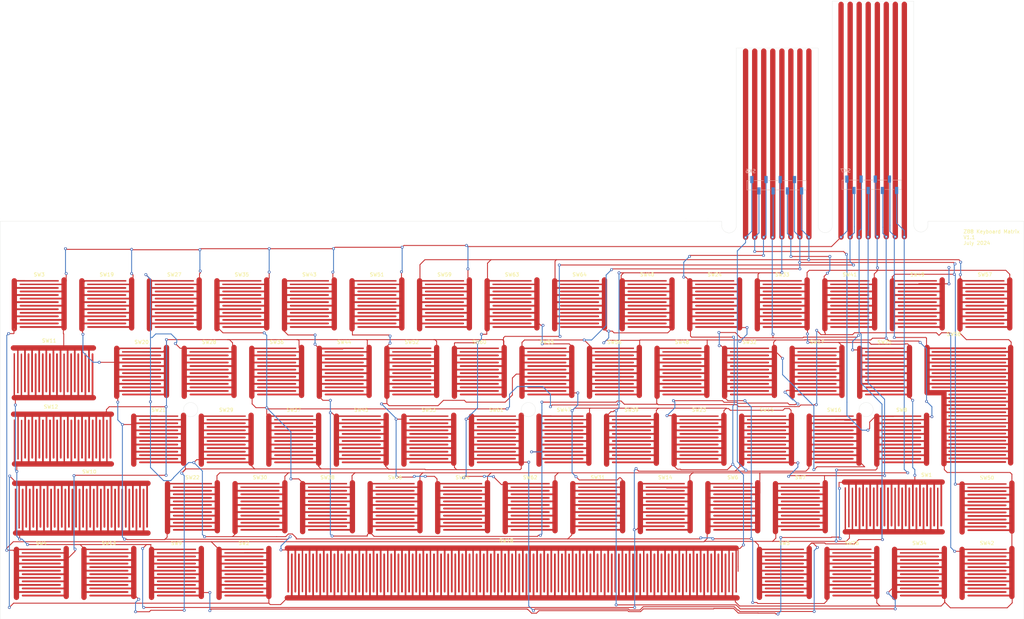
<source format=kicad_pcb>
(kicad_pcb (version 20240108) (generator "pcbnew") (generator_version "8.0")
  (title_block (title "Z88 Keyboard Membrane") (date "2024-07-01") (rev "V1.1"))
  (layers (0 "F.Cu" signal) (31 "B.Cu" signal) (34 "B.Paste" user) (35 "F.Paste" user) (36 "B.SilkS" user "B.Silkscreen") (37 "F.SilkS" user "F.Silkscreen") (38 "B.Mask" user) (39 "F.Mask" user) (44 "Edge.Cuts" user))
  (net 0 "")
  (net 1 "A8")
  (net 2 "A10")
  (net 3 "A12")
  (net 4 "A15")
  (net 5 "A9")
  (net 6 "A11")
  (net 7 "A13")
  (net 8 "A14")
  (net 9 "D2")
  (net 10 "D0")
  (net 11 "D1")
  (net 12 "D4")
  (net 13 "D6")
  (net 14 "D7")
  (net 15 "D3")
  (net 16 "D5")
  (footprint "ajm_kicad:z88_pad1" (layer "F.Cu") (at 79 110.5)
    (property "Reference" "SW3")
    (property "Value" "ESC")
  )
  (footprint "ajm_kicad:z88_pad1" (layer "F.Cu") (at 98 110.5)
    (property "Reference" "SW19")
    (property "Value" "1")
  )
  (footprint "ajm_kicad:z88_pad1" (layer "F.Cu") (at 345 110.5)
    (property "Reference" "SW57")
    (property "Value" "DELETE")
  )
  (footprint "ajm_kicad:z88_pad1" (layer "F.Cu") (at 274.1 167.6)
    (property "Reference" "SW6")
    (property "Value" "DecimalPoint")
  )
  (footprint "ajm_kicad:z88_pad1" (layer "F.Cu") (at 302.6 148.6)
    (property "Reference" "SW16")
    (property "Value" "\"")
  )
  (footprint "ajm_kicad:z88_pad1" (layer "F.Cu") (at 307.6 186.1)
    (property "Reference" "SW26")
    (property "Value" "LeftArrow")
  )
  (footprint "ajm_kicad:z88_pad1" (layer "F.Cu") (at 255.1 167.6)
    (property "Reference" "SW14")
    (property "Value" ",")
  )
  (footprint "ajm_kicad:z88_pad1" (layer "F.Cu") (at 293.1 167.6)
    (property "Reference" "SW7")
    (property "Value" "/")
  )
  (footprint "ajm_kicad:z88_pad1" (layer "F.Cu") (at 98.6 186.1)
    (property "Reference" "SW13")
    (property "Value" "MENU")
  )
  (footprint "ajm_kicad:z88_pad1" (layer "F.Cu") (at 326.6 186.1)
    (property "Reference" "SW34")
    (property "Value" "RightArrow")
  )
  (footprint "ajm_kicad:z88_pad1" (layer "F.Cu") (at 236.1 167.6)
    (property "Reference" "SW31")
    (property "Value" "M")
  )
  (footprint "ajm_kicad:z88_pad1" (layer "F.Cu") (at 288.6 186.1)
    (property "Reference" "SW5")
    (property "Value" "CAPSLOCK")
  )
  (footprint "ajm_kicad:z88_pad1" (layer "F.Cu") (at 79.6 186.1)
    (property "Reference" "SW4")
    (property "Value" "INDEX")
  )
  (footprint "ajm_kicad:z88_pad1" (layer "F.Cu") (at 136.6 186.1)
    (property "Reference" "SW2")
    (property "Value" "Square")
  )
  (footprint "ajm_kicad:z88_pad1" (layer "F.Cu") (at 217.1 167.6)
    (property "Reference" "SW62")
    (property "Value" "N")
  )
  (footprint "ajm_kicad:z88_pad1" (layer "F.Cu") (at 198.1 167.6)
    (property "Reference" "SW54")
    (property "Value" "B")
  )
  (footprint "ajm_kicad:z88_pad1" (layer "F.Cu") (at 117.6 186.1)
    (property "Reference" "SW9")
    (property "Value" "HELP")
  )
  (footprint "ajm_kicad:z88_pad1" (layer "F.Cu") (at 345.6 186.1)
    (property "Reference" "SW42")
    (property "Value" "DownArrow")
  )
  (footprint "ajm_kicad:z88_space_pad1" (layer "F.Cu") (at 214.3 185 90)
    (property "Reference" "SW18")
    (property "Value" "Space")
  )
  (footprint "ajm_kicad:z88_pad1" (layer "F.Cu") (at 345.6 167.7)
    (property "Reference" "SW50")
    (property "Value" "UpArrow")
  )
  (footprint "ajm_kicad:z88_enter_pad1" (layer "F.Cu") (at 340.5 148.5)
    (property "Reference" "SW58")
    (property "Value" "ENTER")
  )
  (footprint "ajm_kicad:z88_shiftrh_pad1" (layer "F.Cu") (at 322 167.9 -90)
    (property "Reference" "SW1")
    (property "Value" "SHIFT(RH)")
  )
  (footprint "ajm_kicad:z88_shiftrh_pad1" (layer "F.Cu") (at 88.3 148.8 -90)
    (property "Reference" "SW12")
    (property "Value" "Diamond")
  )
  (footprint "ajm_kicad:z88_tab_pad1" (layer "F.Cu") (at 88.25 130.15 -90)
    (property "Reference" "SW11")
    (property "Value" "TAB")
  )
  (footprint "ajm_kicad:z88_shiftlh_pad1" (layer "F.Cu") (at 93.1 168.5 -90)
    (property "Reference" "SW10")
    (property "Value" "SHIFT(LH)")
  )
  (footprint "ajm_kicad:z88_pad1" (layer "F.Cu") (at 283.6 148.6)
    (property "Reference" "SW15")
    (property "Value" ";")
  )
  (footprint "ajm_kicad:z88_pad1" (layer "F.Cu") (at 297.8 129.5)
    (property "Reference" "SW17")
    (property "Value" "[")
  )
  (footprint "ajm_kicad:z88_pad1" (layer "F.Cu") (at 245.6 148.6)
    (property "Reference" "SW39")
    (property "Value" "K")
  )
  (footprint "ajm_kicad:z88_pad1" (layer "F.Cu") (at 264.6 148.6)
    (property "Reference" "SW23")
    (property "Value" "L")
  )
  (footprint "ajm_kicad:z88_pad1" (layer "F.Cu") (at 321.6 148.6)
    (property "Reference" "SW8")
    (property "Value" "£")
  )
  (footprint "ajm_kicad:z88_pad1" (layer "F.Cu") (at 240.8 129.5)
    (property "Reference" "SW56")
    (property "Value" "I")
  )
  (footprint "ajm_kicad:z88_pad1" (layer "F.Cu") (at 150.6 148.6)
    (property "Reference" "SW37")
    (property "Value" "D")
  )
  (footprint "ajm_kicad:z88_pad1" (layer "F.Cu") (at 141.1 167.6)
    (property "Reference" "SW30")
    (property "Value" "X")
  )
  (footprint "ajm_kicad:z88_pad1" (layer "F.Cu") (at 307 110.5)
    (property "Reference" "SW41")
    (property "Value" "=")
  )
  (footprint "ajm_kicad:z88_pad1" (layer "F.Cu") (at 112.6 148.6)
    (property "Reference" "SW21")
    (property "Value" "A")
  )
  (footprint "ajm_kicad:z88_pad1" (layer "F.Cu") (at 155 110.5)
    (property "Reference" "SW43")
    (property "Value" "4")
  )
  (footprint "ajm_kicad:z88_pad1" (layer "F.Cu") (at 221.8 129.5)
    (property "Reference" "SW55")
    (property "Value" "U")
  )
  (footprint "ajm_kicad:z88_pad1" (layer "F.Cu") (at 316.8 129.5)
    (property "Reference" "SW25")
    (property "Value" "]")
  )
  (footprint "ajm_kicad:z88_pad1" (layer "F.Cu") (at 131.6 148.6)
    (property "Reference" "SW29")
    (property "Value" "S")
  )
  (footprint "ajm_kicad:z88_pad1" (layer "F.Cu") (at 188.6 148.6)
    (property "Reference" "SW53")
    (property "Value" "G")
  )
  (footprint "ajm_kicad:z88_pad1" (layer "F.Cu") (at 269 110.5)
    (property "Reference" "SW24")
    (property "Value" "0")
  )
  (footprint "ajm_kicad:z88_pad1" (layer "F.Cu") (at 326 110.5)
    (property "Reference" "SW49")
    (property "Value" "\\")
  )
  (footprint "ajm_kicad:z88_pad1" (layer "F.Cu") (at 212 110.5)
    (property "Reference" "SW63")
    (property "Value" "7")
  )
  (footprint "ajm_kicad:z88_pad1" (layer "F.Cu") (at 136 110.5)
    (property "Reference" "SW35")
    (property "Value" "3")
  )
  (footprint "ajm_kicad:z88_pad1" (layer "F.Cu") (at 207.6 148.6)
    (property "Reference" "SW61")
    (property "Value" "H")
  )
  (footprint "ajm_kicad:z88_pad1" (layer "F.Cu") (at 107.8 129.5)
    (property "Reference" "SW20")
    (property "Value" "Q")
  )
  (footprint "ajm_kicad:z88_pad1" (layer "F.Cu") (at 202.8 129.5)
    (property "Reference" "SW60")
    (property "Value" "Y")
  )
  (footprint "ajm_kicad:z88_pad1" (layer "F.Cu") (at 193 110.5)
    (property "Reference" "SW59")
    (property "Value" "6")
  )
  (footprint "ajm_kicad:z88_pad1" (layer "F.Cu") (at 145.8 129.5)
    (property "Reference" "SW36")
    (property "Value" "E")
  )
  (footprint "ajm_kicad:z88_pad1" (layer "F.Cu") (at 278.8 129.5)
    (property "Reference" "SW32")
    (property "Value" "P")
  )
  (footprint "ajm_kicad:z88_pad1" (layer "F.Cu") (at 226.6 148.6)
    (property "Reference" "SW47")
    (property "Value" "J")
  )
  (footprint "ajm_kicad:z88_pad1" (layer "F.Cu") (at 122.1 167.6)
    (property "Reference" "SW22")
    (property "Value" "Z")
  )
  (footprint "ajm_kicad:z88_pad1" (layer "F.Cu") (at 169.6 148.6)
    (property "Reference" "SW45")
    (property "Value" "F")
  )
  (footprint "ajm_kicad:z88_pad1" (layer "F.Cu") (at 126.8 129.5)
    (property "Reference" "SW28")
    (property "Value" "W")
  )
  (footprint "ajm_kicad:z88_pad1" (layer "F.Cu") (at 288 110.5)
    (property "Reference" "SW33")
    (property "Value" "Minus")
  )
  (footprint "ajm_kicad:z88_pad1" (layer "F.Cu") (at 179.1 167.6)
    (property "Reference" "SW46")
    (property "Value" "V")
  )
  (footprint "ajm_kicad:z88_pad1" (layer "F.Cu") (at 164.8 129.5)
    (property "Reference" "SW44")
    (property "Value" "R")
  )
  (footprint "ajm_kicad:z88_pad1" (layer "F.Cu") (at 250 110.5)
    (property "Reference" "SW40")
    (property "Value" "9")
  )
  (footprint "ajm_kicad:z88_pad1" (layer "F.Cu") (at 117 110.5)
    (property "Reference" "SW27")
    (property "Value" "2")
  )
  (footprint "ajm_kicad:z88_pad1" (layer "F.Cu") (at 174 110.5)
    (property "Reference" "SW51")
    (property "Value" "5")
  )
  (footprint "ajm_kicad:z88_pad1" (layer "F.Cu") (at 160.1 167.6)
    (property "Reference" "SW38")
    (property "Value" "C")
  )
  (footprint "ajm_kicad:z88_pad1" (layer "F.Cu") (at 231 110.5)
    (property "Reference" "SW64")
    (property "Value" "8")
  )
  (footprint "ajm_kicad:z88_pad1" (layer "F.Cu") (at 183.8 129.5)
    (property "Reference" "SW52")
    (property "Value" "T")
  )
  (footprint "ajm_kicad:z88_pad1" (layer "F.Cu") (at 259.8 129.5)
    (property "Reference" "SW48")
    (property "Value" "O")
  )
  (footprint "Connector_PinSocket_2.00mm:PinSocket_1x08_P2.00mm_Vertical_SMD_Pin1Left" (layer "B.Cu") (at 286.45 76.84 -90)
    (property "Reference" "SK6")
    (property "Value" "Conn_01x08_Male")
  )
  (footprint "Connector_PinSocket_2.00mm:PinSocket_1x08_P2.00mm_Vertical_SMD_Pin1Left" (layer "B.Cu") (at 313.182 76.708 -90)
    (property "Reference" "SK7")
    (property "Value" "Conn_01x08_Male")
  )
  (gr_line (start 72 117.4) (end 72 117.3) (stroke (width 0.12)) (layer "F.SilkS"))
  (gr_line (start 68 87) (end 68 199) (stroke (width 0.05)) (layer "Edge.Cuts"))
  (gr_line (start 68 199) (end 356 199) (stroke (width 0.05)) (layer "Edge.Cuts"))
  (gr_line (start 329 87) (end 356 87) (stroke (width 0.05)) (layer "Edge.Cuts"))
  (gr_line (start 261 87) (end 68 87) (stroke (width 0.05)) (layer "Edge.Cuts"))
  (gr_arc (start 275.11 88.2) (mid 273.055 90.255) (end 271 88.2) (stroke (width 0.05)) (layer "Edge.Cuts"))
  (gr_line (start 261 87) (end 267 87) (stroke (width 0.05)) (layer "Edge.Cuts"))
  (gr_line (start 271 87) (end 267 87) (stroke (width 0.05)) (layer "Edge.Cuts"))
  (gr_line (start 271 88.1) (end 271 88.2) (stroke (width 0.05)) (layer "Edge.Cuts"))
  (gr_line (start 329 87) (end 329 88) (stroke (width 0.05)) (layer "Edge.Cuts"))
  (gr_line (start 302.09 24.989996) (end 325 25) (stroke (width 0.05)) (layer "Edge.Cuts"))
  (gr_line (start 302.09 88.1998) (end 302.09 24.989996) (stroke (width 0.05)) (layer "Edge.Cuts"))
  (gr_line (start 298.11 38.2) (end 275.11 38.2) (stroke (width 0.05)) (layer "Edge.Cuts"))
  (gr_circle (center 121.6 140) (end 119.6 140) (stroke (width 0.05)) (fill none) (layer "Edge.Cuts"))
  (gr_arc (start 302.09 88.1998) (mid 300.099999 90.189847) (end 298.11 88.1998) (stroke (width 0.05)) (layer "Edge.Cuts"))
  (gr_circle (center 311.6 140) (end 313.6 140) (stroke (width 0.05)) (fill none) (layer "Edge.Cuts"))
  (gr_line (start 325 25) (end 325 88) (stroke (width 0.05)) (layer "Edge.Cuts"))
  (gr_circle (center 216.6 140) (end 218.6 140) (stroke (width 0.05)) (fill none) (layer "Edge.Cuts"))
  (gr_line (start 356 199) (end 356 87) (stroke (width 0.05)) (layer "Edge.Cuts"))
  (gr_line (start 298.11 38.2) (end 298.11 88.1998) (stroke (width 0.05)) (layer "Edge.Cuts"))
  (gr_line (start 271 88.1) (end 271 87) (stroke (width 0.05)) (layer "Edge.Cuts"))
  (gr_arc (start 329 88) (mid 327 90) (end 325 88) (stroke (width 0.05)) (layer "Edge.Cuts"))
  (gr_line (start 275.11 88.2) (end 275.11 38.2) (stroke (width 0.05)) (layer "Edge.Cuts"))
  (gr_text "Z88 Keyboard Matrix\nV1.1\nJuly 2024\n" (at 338.9 91.5 0) (layer "F.SilkS") (effects (font (size 1 1)) (justify left)))
  (segment (start 208.95 103.75) (end 208.9 103.7) (width 0.25) (layer "F.Cu") (net 1))
  (segment (start 195.9 121.2) (end 195.8 121.3) (width 0.25) (layer "F.Cu") (net 1))
  (segment (start 206.1 97.8) (end 205.1 98.8) (width 0.25) (layer "F.Cu") (net 1))
  (segment (start 224.5 97.8) (end 206.1 97.8) (width 0.25) (layer "F.Cu") (net 1))
  (segment (start 195.8 121.3) (end 195.8 123.3) (width 0.25) (layer "F.Cu") (net 1))
  (segment (start 295.5036 39.07) (end 295.5036 91.425825) (width 1.5) (layer "F.Cu") (net 1))
  (segment (start 295.174175 91.425825) (end 295.5036 91.425825) (width 0.25) (layer "F.Cu") (net 1))
  (segment (start 196.8 121.2) (end 195.9 121.2) (width 0.25) (layer "F.Cu") (net 1))
  (segment (start 351.7 120.3) (end 352.4 121) (width 0.25) (layer "F.Cu") (net 1))
  (segment (start 338.4 103.7) (end 338 104.1) (width 0.25) (layer "F.Cu") (net 1))
  (segment (start 338 104.1) (end 338 118.5) (width 0.25) (layer "F.Cu") (net 1))
  (segment (start 202.3 121.2) (end 196.8 121.2) (width 0.25) (layer "F.Cu") (net 1))
  (segment (start 198.4 159.2) (end 198.8 158.8) (width 0.25) (layer "F.Cu") (net 1))
  (segment (start 186.1 99.2) (end 186.1 104.7) (width 0.25) (layer "F.Cu") (net 1))
  (segment (start 338.1 102) (end 338.1 104) (width 0.25) (layer "F.Cu") (net 1))
  (segment (start 343.5 103.7) (end 338.4 103.7) (width 0.25) (layer "F.Cu") (net 1))
  (segment (start 224.5 97.8) (end 337.7 97.8) (width 0.25) (layer "F.Cu") (net 1))
  (segment (start 208.9 103.7) (end 205.5 103.7) (width 0.25) (layer "F.Cu") (net 1))
  (segment (start 211.75 103.75) (end 208.95 103.75) (width 0.25) (layer "F.Cu") (net 1))
  (segment (start 338.1 98.4) (end 338.2 98.5) (width 0.25) (layer "F.Cu") (net 1))
  (segment (start 209 161.1) (end 210.2 161.1) (width 0.25) (layer "F.Cu") (net 1))
  (segment (start 199.665685 142.7) (end 200.4 142.7) (width 0.25) (layer "F.Cu") (net 1))
  (segment (start 204.9 104.3) (end 204.9 118.8) (width 0.25) (layer "F.Cu") (net 1))
  (segment (start 198.8 158.8) (end 204.2 158.8) (width 0.25) (layer "F.Cu") (net 1))
  (segment (start 295.09 91.51) (end 295.174175 91.425825) (width 0.25) (layer "F.Cu") (net 1))
  (segment (start 352.4 121) (end 352.4 123.8) (width 0.25) (layer "F.Cu") (net 1))
  (segment (start 204.9 118.8) (end 203.4 118.8) (width 0.25) (layer "F.Cu") (net 1))
  (segment (start 206.8 158.9) (end 209 161.1) (width 0.25) (layer "F.Cu") (net 1))
  (segment (start 224.1 98.2) (end 224.1 105.5) (width 0.25) (layer "F.Cu") (net 1))
  (segment (start 343.55 103.75) (end 343.5 103.7) (width 0.25) (layer "F.Cu") (net 1))
  (segment (start 187.5 97.8) (end 186.1 99.2) (width 0.25) (layer "F.Cu") (net 1))
  (segment (start 199.1 142.7) (end 199.665685 142.7) (width 0.25) (layer "F.Cu") (net 1))
  (segment (start 338 118.5) (end 339.8 120.3) (width 0.25) (layer "F.Cu") (net 1))
  (segment (start 206.1 97.8) (end 187.5 97.8) (width 0.25) (layer "F.Cu") (net 1))
  (segment (start 205.5 103.7) (end 204.9 104.3) (width 0.25) (layer "F.Cu") (net 1))
  (segment (start 339.8 120.3) (end 351.7 120.3) (width 0.25) (layer "F.Cu") (net 1))
  (segment (start 344.75 103.75) (end 343.55 103.75) (width 0.25) (layer "F.Cu") (net 1))
  (segment (start 337.7 97.8) (end 338.1 98.2) (width 0.25) (layer "F.Cu") (net 1))
  (segment (start 338.1 98.2) (end 338.1 98.4) (width 0.25) (layer "F.Cu") (net 1))
  (segment (start 224.5 97.8) (end 224.1 98.2) (width 0.25) (layer "F.Cu") (net 1))
  (segment (start 205.1 98.8) (end 205.1 106.7) (width 0.25) (layer "F.Cu") (net 1))
  (via (at 204.2 158.8) (size 0.8) (drill 0.4) (layers "F.Cu" "B.Cu") (net 1))
  (via (at 202.3 121.2) (size 0.8) (drill 0.4) (layers "F.Cu" "B.Cu") (net 1))
  (via (at 198.4 159.2) (size 0.8) (drill 0.4) (layers "F.Cu" "B.Cu") (net 1))
  (via (at 338.2 98.5) (size 0.8) (drill 0.4) (layers "F.Cu" "B.Cu") (net 1))
  (via (at 295.46 97.8) (size 0.8) (drill 0.4) (layers "F.Cu" "B.Cu") (net 1))
  (via (at 199.1 142.7) (size 0.8) (drill 0.4) (layers "F.Cu" "B.Cu") (net 1))
  (via (at 338.1 102) (size 0.8) (drill 0.4) (layers "F.Cu" "B.Cu") (net 1))
  (via (at 203.4 118.8) (size 0.8) (drill 0.4) (layers "F.Cu" "B.Cu") (net 1))
  (via (at 206.8 158.9) (size 0.8) (drill 0.4) (layers "F.Cu" "B.Cu") (net 1))
  (via (at 295.5036 91.425825) (size 0.8) (drill 0.4) (layers "F.Cu" "B.Cu") (net 1))
  (segment (start 295.5036 91.425825) (end 293.45 89.372225) (width 0.25) (layer "B.Cu") (net 1))
  (segment (start 204.2 158.8) (end 206.7 158.8) (width 0.25) (layer "B.Cu") (net 1))
  (segment (start 202.3 121.2) (end 202.3 139.5) (width 0.25) (layer "B.Cu") (net 1))
  (segment (start 295.46 97.8) (end 295.5 97.76) (width 0.25) (layer "B.Cu") (net 1))
  (segment (start 293.45 89.372225) (end 293.45 77.77) (width 0.25) (layer "B.Cu") (net 1))
  (segment (start 295.5 91.429425) (end 295.5036 91.425825) (width 0.25) (layer "B.Cu") (net 1))
  (segment (start 199.1 158.5) (end 198.4 159.2) (width 0.25) (layer "B.Cu") (net 1))
  (segment (start 338.2 98.5) (end 338.2 101.9) (width 0.25) (layer "B.Cu") (net 1))
  (segment (start 338.2 101.9) (end 338.1 102) (width 0.25) (layer "B.Cu") (net 1))
  (segment (start 202.3 139.5) (end 199.1 142.7) (width 0.25) (layer "B.Cu") (net 1))
  (segment (start 203.4 118.8) (end 203.4 120.1) (width 0.25) (layer "B.Cu") (net 1))
  (segment (start 206.7 158.8) (end 206.8 158.9) (width 0.25) (layer "B.Cu") (net 1))
  (segment (start 199.1 142.7) (end 199.1 158.5) (width 0.25) (layer "B.Cu") (net 1))
  (segment (start 295.5 97.76) (end 295.5 91.429425) (width 0.25) (layer "B.Cu") (net 1))
  (segment (start 203.4 120.1) (end 202.3 121.2) (width 0.25) (layer "B.Cu") (net 1))
  (segment (start 308.325001 118.374999) (end 307.8 118.9) (width 0.25) (layer "F.Cu") (net 2))
  (segment (start 290.4236 91.4136) (end 290.4236 39.07) (width 1.5) (layer "F.Cu") (net 2))
  (segment (start 169.35 141.85) (end 162.25 141.85) (width 0.25) (layer "F.Cu") (net 2))
  (segment (start 218.8 151.9) (end 217.5 151.9) (width 0.25) (layer "F.Cu") (net 2))
  (segment (start 345.35 179.35) (end 338.85 179.35) (width 0.25) (layer "F.Cu") (net 2))
  (segment (start 300.1 118.9) (end 300.1 118.4) (width 0.25) (layer "F.Cu") (net 2))
  (segment (start 300.1 118.9) (end 298.9 118.9) (width 0.25) (layer "F.Cu") (net 2))
  (segment (start 300.7 101.6) (end 299.8 102.5) (width 0.25) (layer "F.Cu") (net 2))
  (segment (start 297.6 138.6) (end 297.034315 138.6) (width 0.25) (layer "F.Cu") (net 2))
  (segment (start 243.6 138.5) (end 242.674999 137.574999) (width 0.25) (layer "F.Cu") (net 2))
  (segment (start 164.35 122.95) (end 157.85 122.95) (width 0.25) (layer "F.Cu") (net 2))
  (segment (start 161.3 140.9) (end 160.9 140.9) (width 0.25) (layer "F.Cu") (net 2))
  (segment (start 220 141.8) (end 219.6 142.2) (width 0.25) (layer "F.Cu") (net 2))
  (segment (start 334.974999 118.374999) (end 332.825001 118.374999) (width 0.25) (layer "F.Cu") (net 2))
  (segment (start 219.134315 175.7) (end 173.2 175.7) (width 0.25) (layer "F.Cu") (net 2))
  (segment (start 253 138.5) (end 252.7 138.2) (width 0.25) (layer "F.Cu") (net 2))
  (segment (start 296.934315 138.7) (end 293.2 138.7) (width 0.25) (layer "F.Cu") (net 2))
  (segment (start 160.9 137.4) (end 158.8 137.4) (width 0.25) (layer "F.Cu") (net 2))
  (segment (start 219.6 151.1) (end 218.8 151.9) (width 0.25) (layer "F.Cu") (net 2))
  (segment (start 173.2 175.7) (end 172.1 174.6) (width 0.25) (layer "F.Cu") (net 2))
  (segment (start 219.6 142.2) (end 219.6 151.1) (width 0.25) (layer "F.Cu") (net 2))
  (segment (start 242.674999 137.574999) (end 241.625001 137.574999) (width 0.25) (layer "F.Cu") (net 2))
  (segment (start 157.85 122.95) (end 156.7 121.8) (width 0.25) (layer "F.Cu") (net 2))
  (segment (start 223 141.8) (end 220 141.8) (width 0.25) (layer "F.Cu") (net 2))
  (segment (start 164.55 122.75) (end 164.35 122.95) (width 0.25) (layer "F.Cu") (net 2))
  (segment (start 158.8 137.4) (end 157.7 136.3) (width 0.25) (layer "F.Cu") (net 2))
  (segment (start 253 138.5) (end 243.6 138.5) (width 0.25) (layer "F.Cu") (net 2))
  (segment (start 298.9 118.9) (end 297.7 117.7) (width 0.25) (layer "F.Cu") (net 2))
  (segment (start 149 119) (end 147.9 117.9) (width 0.25) (layer "F.Cu") (net 2))
  (segment (start 147.9 117.9) (end 147.9 117) (width 0.25) (layer "F.Cu") (net 2))
  (segment (start 223.05 141.85) (end 223 141.8) (width 0.25) (layer "F.Cu") (net 2))
  (segment (start 253.1 138.6) (end 253 138.5) (width 0.25) (layer "F.Cu") (net 2))
  (segment (start 299.9 118.2) (end 299.9 116.8) (width 0.25) (layer "F.Cu") (net 2))
  (segment (start 293.2 138.7) (end 292.749999 139.150001) (width 0.25) (layer "F.Cu") (net 2))
  (segment (start 275.16359 138.6) (end 253.1 138.6) (width 0.25) (layer "F.Cu") (net 2))
  (segment (start 241.625001 137.574999) (end 241.3 137.9) (width 0.25) (layer "F.Cu") (net 2))
  (segment (start 171.3 175.2) (end 172 174.5) (width 0.25) (layer "F.Cu") (net 2))
  (segment (start 156.7 121.8) (end 156.7 121.7) (width 0.25) (layer "F.Cu") (net 2))
  (segment (start 307.8 118.9) (end 300.1 118.9) (width 0.25) (layer "F.Cu") (net 2))
  (segment (start 226.35 141.85) (end 223.05 141.85) (width 0.25) (layer "F.Cu") (net 2))
  (segment (start 252.7 138.2) (end 252.7 135.2) (width 0.25) (layer "F.Cu") (net 2))
  (segment (start 156.7 121.7) (end 156.6 121.6) (width 0.25) (layer "F.Cu") (net 2))
  (segment (start 335.4 118.8) (end 334.974999 118.374999) (width 0.25) (layer "F.Cu") (net 2))
  (segment (start 332.825001 118.374999) (end 332.1 119.1) (width 0.25) (layer "F.Cu") (net 2))
  (segment (start 220 175.4) (end 219.434315 175.4) (width 0.25) (layer "F.Cu") (net 2))
  (segment (start 292.749999 139.150001) (end 291.549999 139.150001) (width 0.25) (layer "F.Cu") (net 2))
  (segment (start 332.1 119.1) (end 331.6 118.6) (width 0.25) (layer "F.Cu") (net 2))
  (segment (start 331.6 118.6) (end 331.374999 118.374999) (width 0.25) (layer "F.Cu") (net 2))
  (segment (start 171.3 175.6) (end 171.3 175.2) (width 0.25) (layer "F.Cu") (net 2))
  (segment (start 275.713591 139.150001) (end 275.16359 138.6) (width 0.25) (layer "F.Cu") (net 2))
  (segment (start 241.3 137.9) (end 220.4 137.9) (width 0.25) (layer "F.Cu") (net 2))
  (segment (start 300.1 118.4) (end 299.9 118.2) (width 0.25) (layer "F.Cu") (net 2))
  (segment (start 297.034315 138.6) (end 296.934315 138.7) (width 0.25) (layer "F.Cu") (net 2))
  (segment (start 338.3 179.9) (end 336.5 179.9) (width 0.25) (layer "F.Cu") (net 2))
  (segment (start 338.85 179.35) (end 338.3 179.9) (width 0.25) (layer "F.Cu") (net 2))
  (segment (start 290.47 96.9) (end 301.4 96.9) (width 0.25) (layer "F.Cu") (net 2))
  (segment (start 219.434315 175.4) (end 219.134315 175.7) (width 0.25) (layer "F.Cu") (net 2))
  (segment (start 331.374999 118.374999) (end 308.325001 118.374999) (width 0.25) (layer "F.Cu") (net 2))
  (segment (start 161.4 175.6) (end 171.3 175.6) (width 0.25) (layer "F.Cu") (net 2))
  (segment (start 291.549999 139.150001) (end 275.713591 139.150001) (width 0.25) (layer "F.Cu") (net 2))
  (segment (start 162.25 141.85) (end 161.3 140.9) (width 0.25) (layer "F.Cu") (net 2))
  (segment (start 299.8 102.5) (end 299.8 104.4) (width 0.25) (layer "F.Cu") (net 2))
  (segment (start 156.6 119) (end 149 119) (width 0.25) (layer "F.Cu") (net 2))
  (via (at 297.7 117.7) (size 0.8) (drill 0.4) (layers "F.Cu" "B.Cu") (net 2))
  (via (at 217.5 151.9) (size 0.8) (drill 0.4) (layers "F.Cu" "B.Cu") (net 2))
  (via (at 300.7 101.6) (size 0.8) (drill 0.4) (layers "F.Cu" "B.Cu") (net 2))
  (via (at 336.5 179.9) (size 0.8) (drill 0.4) (layers "F.Cu" "B.Cu") (net 2))
  (via (at 160.9 140.9) (size 0.8) (drill 0.4) (layers "F.Cu" "B.Cu") (net 2))
  (via (at 161.4 175.6) (size 0.8) (drill 0.4) (layers "F.Cu" "B.Cu") (net 2))
  (via (at 335.4 118.8) (size 0.8) (drill 0.4) (layers "F.Cu" "B.Cu") (net 2))
  (via (at 220 175.4) (size 0.8) (drill 0.4) (layers "F.Cu" "B.Cu") (net 2))
  (via (at 156.6 119) (size 0.8) (drill 0.4) (layers "F.Cu" "B.Cu") (net 2))
  (via (at 220.4 137.9) (size 0.8) (drill 0.4) (layers "F.Cu" "B.Cu") (net 2))
  (via (at 297.6 138.6) (size 0.8) (drill 0.4) (layers "F.Cu" "B.Cu") (net 2))
  (via (at 160.9 137.4) (size 0.8) (drill 0.4) (layers "F.Cu" "B.Cu") (net 2))
  (via (at 301.4 96.9) (size 0.8) (drill 0.4) (layers "F.Cu" "B.Cu") (net 2))
  (via (at 290.47 96.9) (size 0.8) (drill 0.4) (layers "F.Cu" "B.Cu") (net 2))
  (via (at 156.6 121.6) (size 0.8) (drill 0.4) (layers "F.Cu" "B.Cu") (net 2))
  (via (at 290.4236 91.4136) (size 0.8) (drill 0.4) (layers "F.Cu" "B.Cu") (net 2))
  (segment (start 220.1 151.9) (end 220.4 151.6) (width 0.25) (layer "B.Cu") (net 2))
  (segment (start 217.5 151.9) (end 220.1 151.9) (width 0.25) (layer "B.Cu") (net 2))
  (segment (start 289.45 90.44) (end 289.45 77.77) (width 0.25) (layer "B.Cu") (net 2))
  (segment (start 301.4 100.9) (end 300.7 101.6) (width 0.25) (layer "B.Cu") (net 2))
  (segment (start 301.4 96.9) (end 301.4 100.9) (width 0.25) (layer "B.Cu") (net 2))
  (segment (start 290.4236 96.8536) (end 290.47 96.9) (width 0.25) (layer "B.Cu") (net 2))
  (segment (start 156.6 121.6) (end 156.6 119) (width 0.25) (layer "B.Cu") (net 2))
  (segment (start 160.9 175.1) (end 161.4 175.6) (width 0.25) (layer "B.Cu") (net 2))
  (segment (start 220.4 175) (end 220 175.4) (width 0.25) (layer "B.Cu") (net 2))
  (segment (start 297.7 117.7) (end 297.7 138.5) (width 0.25) (layer "B.Cu") (net 2))
  (segment (start 220.4 140.1) (end 220.4 175) (width 0.25) (layer "B.Cu") (net 2))
  (segment (start 336.5 179.9) (end 335.4 178.8) (width 0.25) (layer "B.Cu") (net 2))
  (segment (start 290.4236 91.4136) (end 290.4236 96.8536) (width 0.25) (layer "B.Cu") (net 2))
  (segment (start 335.4 178.8) (end 335.4 118.8) (width 0.25) (layer "B.Cu") (net 2))
  (segment (start 220.4 137.9) (end 220.4 140.1) (width 0.25) (layer "B.Cu") (net 2))
  (segment (start 160.9 140.9) (end 160.9 137.4) (width 0.25) (layer "B.Cu") (net 2))
  (segment (start 297.7 138.5) (end 297.6 138.6) (width 0.25) (layer "B.Cu") (net 2))
  (segment (start 290.4236 91.4136) (end 289.45 90.44) (width 0.25) (layer "B.Cu") (net 2))
  (segment (start 160.9 140.9) (end 160.9 175.1) (width 0.25) (layer "B.Cu") (net 2))
  (segment (start 277.5 137.5) (end 272.7 137.5) (width 0.25) (layer "F.Cu") (net 3))
  (segment (start 264.8 176.4) (end 265.1 176.1) (width 0.25) (layer "F.Cu") (net 3))
  (segment (start 281.15001 194.6) (end 299.8 194.6) (width 0.25) (layer "F.Cu") (net 3))
  (segment (start 115.95 103.75) (end 115.9 103.7) (width 0.25) (layer "F.Cu") (net 3))
  (segment (start 151.3 176.1) (end 151.3 176.4) (width 0.25) (layer "F.Cu") (net 3))
  (segment (start 227.7 176.4) (end 228.8 175.3) (width 0.25) (layer "F.Cu") (net 3))
  (segment (start 307.8 123.2) (end 309.8 123.2) (width 0.25) (layer "F.Cu") (net 3))
  (segment (start 150.2 175) (end 151.3 176.1) (width 0.25) (layer "F.Cu") (net 3))
  (segment (start 110 103) (end 109 102) (width 0.25) (layer "F.Cu") (net 3))
  (segment (start 227.7 176.4) (end 264.8 176.4) (width 0.25) (layer "F.Cu") (net 3))
  (segment (start 123.3 154.1) (end 124.6 154.1) (width 0.25) (layer "F.Cu") (net 3))
  (segment (start 133.375 175.775) (end 145.775 175.775) (width 0.25) (layer "F.Cu") (net 3))
  (segment (start 280.85001 194.3) (end 281.15001 194.6) (width 0.25) (layer "F.Cu") (net 3))
  (segment (start 122.5 154.9) (end 123.3 154.1) (width 0.25) (layer "F.Cu") (net 3))
  (segment (start 151.3 176.4) (end 227.7 176.4) (width 0.25) (layer "F.Cu") (net 3))
  (segment (start 270.2 118.3) (end 274.8 118.3) (width 0.25) (layer "F.Cu") (net 3))
  (segment (start 309 119.6) (end 309.5 119.1) (width 0.25) (layer "F.Cu") (net 3))
  (segment (start 134.1 175.05) (end 134.1 173.8) (width 0.25) (layer "F.Cu") (net 3))
  (segment (start 126.55 122.75) (end 118.65 122.75) (width 0.25) (layer "F.Cu") (net 3))
  (segment (start 148.325 175.775) (end 149.1 175) (width 0.25) (layer "F.Cu") (net 3))
  (segment (start 271.55 122.75) (end 270.8 122) (width 0.25) (layer "F.Cu") (net 3))
  (segment (start 125.5 175.775) (end 133.375 175.775) (width 0.25) (layer "F.Cu") (net 3))
  (segment (start 270.8 122) (end 270.3 122) (width 0.25) (layer "F.Cu") (net 3))
  (segment (start 120 136.6) (end 120 135.9) (width 0.25) (layer "F.Cu") (net 3))
  (segment (start 145.775 175.775) (end 148.325 175.775) (width 0.25) (layer "F.Cu") (net 3))
  (segment (start 149.1 175) (end 150.2 175) (width 0.25) (layer "F.Cu") (net 3))
  (segment (start 300.6 193.8) (end 300.6 192) (width 0.25) (layer "F.Cu") (net 3))
  (segment (start 118.65 122.75) (end 117.3 121.4) (width 0.25) (layer "F.Cu") (net 3))
  (segment (start 285.4 118.8) (end 285.4 119.7) (width 0.25) (layer "F.Cu") (net 3))
  (segment (start 115.9 103.7) (end 110 103.7) (width 0.25) (layer "F.Cu") (net 3))
  (segment (start 133.375 175.775) (end 134.1 175.05) (width 0.25) (layer "F.Cu") (net 3))
  (segment (start 228.8 175.3) (end 228.8 174.5) (width 0.25) (layer "F.Cu") (net 3))
  (segment (start 272.7 137.5) (end 271.7 136.5) (width 0.25) (layer "F.Cu") (net 3))
  (segment (start 294 119.6) (end 309 119.6) (width 0.25) (layer "F.Cu") (net 3))
  (segment (start 279.225 176.375) (end 279.3 176.3) (width 0.25) (layer "F.Cu") (net 3))
  (segment (start 274.8 118.3) (end 276.3 119.8) (width 0.25) (layer "F.Cu") (net 3))
  (segment (start 276.3 119.8) (end 293.8 119.8) (width 0.25) (layer "F.Cu") (net 3))
  (segment (start 285.3436 39.1036) (end 285.3436 91.4564) (width 1.5) (layer "F.Cu") (net 3))
  (segment (start 293.8 119.8) (end 294 119.6) (width 0.25) (layer "F.Cu") (net 3))
  (segment (start 268.5 176.375) (end 279.225 176.375) (width 0.25) (layer "F.Cu") (net 3))
  (segment (start 110 103.7) (end 110 103) (width 0.25) (layer "F.Cu") (net 3))
  (segment (start 278.55 122.75) (end 271.55 122.75) (width 0.25) (layer "F.Cu") (net 3))
  (segment (start 116.75 103.75) (end 115.95 103.75) (width 0.25) (layer "F.Cu") (net 3))
  (segment (start 279.7 194.3) (end 280.85001 194.3) (width 0.25) (layer "F.Cu") (net 3))
  (segment (start 299.8 194.6) (end 300.6 193.8) (width 0.25) (layer "F.Cu") (net 3))
  (segment (start 271.7 136.5) (end 271.7 135.6) (width 0.25) (layer "F.Cu") (net 3))
  (via (at 122.5 154.9) (size 0.8) (drill 0.4) (layers "F.Cu" "B.Cu") (net 3))
  (via (at 270.3 122) (size 0.8) (drill 0.4) (layers "F.Cu" "B.Cu") (net 3))
  (via (at 285.4 118.8) (size 0.8) (drill 0.4) (layers "F.Cu" "B.Cu") (net 3))
  (via (at 277.5 137.5) (size 0.8) (drill 0.4) (layers "F.Cu" "B.Cu") (net 3))
  (via (at 307.8 123.2) (size 0.8) (drill 0.4) (layers "F.Cu" "B.Cu") (net 3))
  (via (at 309.5 119.1) (size 0.8) (drill 0.4) (layers "F.Cu" "B.Cu") (net 3))
  (via (at 270.2 118.3) (size 0.8) (drill 0.4) (layers "F.Cu" "B.Cu") (net 3))
  (via (at 265.1 176.1) (size 0.8) (drill 0.4) (layers "F.Cu" "B.Cu") (net 3))
  (via (at 109 102) (size 0.8) (drill 0.4) (layers "F.Cu" "B.Cu") (net 3))
  (via (at 279.3 176.3) (size 0.8) (drill 0.4) (layers "F.Cu" "B.Cu") (net 3))
  (via (at 268.5 176.375) (size 0.8) (drill 0.4) (layers "F.Cu" "B.Cu") (net 3))
  (via (at 279.7 194.3) (size 0.8) (drill 0.4) (layers "F.Cu" "B.Cu") (net 3))
  (via (at 285.31 91.49) (size 0.8) (drill 0.4) (layers "F.Cu" "B.Cu") (net 3))
  (via (at 110.3 137.8) (size 0.8) (drill 0.4) (layers "F.Cu" "B.Cu") (net 3))
  (via (at 125.5 175.775) (size 0.8) (drill 0.4) (layers "F.Cu" "B.Cu") (net 3))
  (via (at 117.3 121.4) (size 0.8) (drill 0.4) (layers "F.Cu" "B.Cu") (net 3))
  (segment (start 309.5 119.1) (end 307.8 120.8) (width 0.25) (layer "B.Cu") (net 3))
  (segment (start 279.3 176.3) (end 279.7 176.7) (width 0.25) (layer "B.Cu") (net 3))
  (segment (start 116.1 118.7) (end 111.8 118.7) (width 0.25) (layer "B.Cu") (net 3))
  (segment (start 109 102) (end 110.3 103.3) (width 0.25) (layer "B.Cu") (net 3))
  (segment (start 116.8 159.2) (end 116 160) (width 0.25) (layer "B.Cu") (net 3))
  (segment (start 285.2 118.6) (end 285.4 118.8) (width 0.25) (layer "B.Cu") (net 3))
  (segment (start 268.2 176.1) (end 268.475 176.375) (width 0.25) (layer "B.Cu") (net 3))
  (segment (start 120.526998 155.4) (end 116.8 159.126998) (width 0.25) (layer "B.Cu") (net 3))
  (segment (start 114 160) (end 110.3 156.3) (width 0.25) (layer "B.Cu") (net 3))
  (segment (start 110.3 138.365685) (end 110.3 137.9) (width 0.25) (layer "B.Cu") (net 3))
  (segment (start 279.7 176.7) (end 279.7 194.3) (width 0.25) (layer "B.Cu") (net 3))
  (segment (start 110.3 156.3) (end 110.3 138.365685) (width 0.25) (layer "B.Cu") (net 3))
  (segment (start 285.2 91.54) (end 285.2 118.6) (width 0.25) (layer "B.Cu") (net 3))
  (segment (start 285.25 91.49) (end 285.2 91.54) (width 0.25) (layer "B.Cu") (net 3))
  (segment (start 270.3 118.4) (end 270.2 118.3) (width 0.25) (layer "B.Cu") (net 3))
  (segment (start 121.026998 154.9) (end 120.526998 155.4) (width 0.25) (layer "B.Cu") (net 3))
  (segment (start 122.5 154.9) (end 121.026998 154.9) (width 0.25) (layer "B.Cu") (net 3))
  (segment (start 116.8 159.126998) (end 116.8 159.2) (width 0.25) (layer "B.Cu") (net 3))
  (segment (start 307.8 120.8) (end 307.8 123.2) (width 0.25) (layer "B.Cu") (net 3))
  (segment (start 117.699999 121.000001) (end 117.699999 120.299999) (width 0.25) (layer "B.Cu") (net 3))
  (segment (start 110.3 103.3) (end 110.3 137.8) (width 0.25) (layer "B.Cu") (net 3))
  (segment (start 110.8 119.7) (end 110.3 119.7) (width 0.25) (layer "B.Cu") (net 3))
  (segment (start 116 160) (end 114 160) (width 0.25) (layer "B.Cu") (net 3))
  (segment (start 279.3 176.3) (end 279.3 139.3) (width 0.25) (layer "B.Cu") (net 3))
  (segment (start 285.45 91.35) (end 285.45 77.77) (width 0.25) (layer "B.Cu") (net 3))
  (segment (start 111.8 118.7) (end 110.8 119.7) (width 0.25) (layer "B.Cu") (net 3))
  (segment (start 279.3 139.3) (end 277.5 137.5) (width 0.25) (layer "B.Cu") (net 3))
  (segment (start 270.3 122) (end 270.3 118.4) (width 0.25) (layer "B.Cu") (net 3))
  (segment (start 268.475 176.375) (end 268.5 176.375) (width 0.25) (layer "B.Cu") (net 3))
  (segment (start 285.31 91.49) (end 285.45 91.35) (width 0.25) (layer "B.Cu") (net 3))
  (segment (start 117.3 121.4) (end 117.699999 121.000001) (width 0.25) (layer "B.Cu") (net 3))
  (segment (start 117.699999 120.299999) (end 116.1 118.7) (width 0.25) (layer "B.Cu") (net 3))
  (segment (start 124.9 175.175) (end 125.5 175.775) (width 0.25) (layer "B.Cu") (net 3))
  (segment (start 265.1 176.1) (end 268.2 176.1) (width 0.25) (layer "B.Cu") (net 3))
  (segment (start 124.9 175.175) (end 124.9 157.3) (width 0.25) (layer "B.Cu") (net 3))
  (segment (start 124.9 157.3) (end 122.5 154.9) (width 0.25) (layer "B.Cu") (net 3))
  (segment (start 305.27 95.5) (end 280.26 95.5) (width 0.25) (layer "F.Cu") (net 4))
  (segment (start 78.75 103.75) (end 74.95 103.75) (width 0.25) (layer "F.Cu") (net 4))
  (segment (start 314.3 157) (end 314.7 156.6) (width 0.25) (layer "F.Cu") (net 4))
  (segment (start 71.7 179.6) (end 72.4 180.3) (width 0.25) (layer "F.Cu") (net 4))
  (segment (start 303.3 157) (end 314.3 157) (width 0.25) (layer "F.Cu") (net 4))
  (segment (start 303.1 177.1) (end 306 177.1) (width 0.25) (layer "F.Cu") (net 4))
  (segment (start 285.3 177.1) (end 286.2 176.2) (width 0.25) (layer "F.Cu") (net 4))
  (segment (start 266 177.2) (end 266.1 177.1) (width 0.25) (layer "F.Cu") (net 4))
  (segment (start 74.95 103.75) (end 74.9 103.7) (width 0.25) (layer "F.Cu") (net 4))
  (segment (start 319.35 141.85) (end 319.3 141.9) (width 0.25) (layer "F.Cu") (net 4))
  (segment (start 280.2636 91.4664) (end 280.2636 39.0964) (width 1.5) (layer "F.Cu") (net 4))
  (segment (start 128.1 177.9) (end 129.5 179.3) (width 0.25) (layer "F.Cu") (net 4))
  (segment (start 266.1 177.1) (end 280.3 177.1) (width 0.25) (layer "F.Cu") (net 4))
  (segment (start 69.875 179.6) (end 71.7 179.6) (width 0.25) (layer "F.Cu") (net 4))
  (segment (start 71.9 104) (end 71.9 118.5) (width 0.25) (layer "F.Cu") (net 4))
  (segment (start 69.875 179.034315) (end 71.709315 177.2) (width 0.25) (layer "F.Cu") (net 4))
  (segment (start 314.7 156.6) (end 314.7 155.1) (width 0.25) (layer "F.Cu") (net 4))
  (segment (start 71.8 118.6) (end 70.4 118.6) (width 0.25) (layer "F.Cu") (net 4))
  (segment (start 306 177.1) (end 306.9 176.2) (width 0.25) (layer "F.Cu") (net 4))
  (segment (start 280.25 91.48) (end 280.2636 91.4664) (width 1.5) (layer "F.Cu") (net 4))
  (segment (start 127.4 177.2) (end 266 177.2) (width 0.25) (layer "F.Cu") (net 4))
  (segment (start 266.1 177.1) (end 266.9 176.3) (width 0.25) (layer "F.Cu") (net 4))
  (segment (start 286.2 176.2) (end 286.2 173.9) (width 0.25) (layer "F.Cu") (net 4))
  (segment (start 306.9 174.8) (end 306.7 174.6) (width 0.25) (layer "F.Cu") (net 4))
  (segment (start 303.1 177.1) (end 303.2 177) (width 0.25) (layer "F.Cu") (net 4))
  (segment (start 281.3 178.1) (end 281.3 180.1) (width 0.25) (layer "F.Cu") (net 4))
  (segment (start 266.9 176.3) (end 266.9 174.4) (width 0.25) (layer "F.Cu") (net 4))
  (segment (start 306.9 176.2) (end 306.9 174.8) (width 0.25) (layer "F.Cu") (net 4))
  (segment (start 314.2 141.9) (end 312.6 143.5) (width 0.25) (layer "F.Cu") (net 4))
  (segment (start 312.6 143.5) (end 312.6 145.3) (width 0.25) (layer "F.Cu") (net 4))
  (segment (start 321.35 141.85) (end 319.35 141.85) (width 0.25) (layer "F.Cu") (net 4))
  (segment (start 74.9 103.7) (end 72.2 103.7) (width 0.25) (layer "F.Cu") (net 4))
  (segment (start 280.3 177.1) (end 281.3 178.1) (width 0.25) (layer "F.Cu") (net 4))
  (segment (start 312.6 145.3) (end 312.1 145.8) (width 0.25) (layer "F.Cu") (net 4))
  (segment (start 127.4 177.2) (end 128.1 177.9) (width 0.25) (layer "F.Cu") (net 4))
  (segment (start 280.3 177.1) (end 285.3 177.1) (width 0.25) (layer "F.Cu") (net 4))
  (segment (start 314.6 141.9) (end 314.2 141.9) (width 0.25) (layer "F.Cu") (net 4))
  (segment (start 306.07 96.3) (end 305.27 95.5) (width 0.25) (layer "F.Cu") (net 4))
  (segment (start 71.709315 177.2) (end 127.4 177.2) (width 0.25) (layer "F.Cu") (net 4))
  (segment (start 69.875 179.6) (end 69.875 179.034315) (width 0.25) (layer "F.Cu") (net 4))
  (segment (start 285.3 177.1) (end 303.1 177.1) (width 0.25) (layer "F.Cu") (net 4))
  (segment (start 319.3 141.9) (end 314.6 141.9) (width 0.25) (layer "F.Cu") (net 4))
  (segment (start 72.2 103.7) (end 71.9 104) (width 0.25) (layer "F.Cu") (net 4))
  (segment (start 71.9 118.5) (end 71.8 118.6) (width 0.25) (layer "F.Cu") (net 4))
  (via (at 280.25 91.48) (size 0.8) (drill 0.4) (layers "F.Cu" "B.Cu") (net 4))
  (via (at 69.875 179.6) (size 0.8) (drill 0.4) (layers "F.Cu" "B.Cu") (net 4))
  (via (at 312.1 145.8) (size 0.8) (drill 0.4) (layers "F.Cu" "B.Cu") (net 4))
  (via (at 303.2 177) (size 0.8) (drill 0.4) (layers "F.Cu" "B.Cu") (net 4))
  (via (at 280.26 95.5) (size 0.8) (drill 0.4) (layers "F.Cu" "B.Cu") (net 4))
  (via (at 303.3 157) (size 0.8) (drill 0.4) (layers "F.Cu" "B.Cu") (net 4))
  (via (at 70.4 118.6) (size 0.8) (drill 0.4) (layers "F.Cu" "B.Cu") (net 4))
  (via (at 306.07 96.3) (size 0.8) (drill 0.4) (layers "F.Cu" "B.Cu") (net 4))
  (segment (start 303.2 177) (end 303.2 157.1) (width 0.25) (layer "B.Cu") (net 4))
  (segment (start 303.2 157.1) (end 303.3 157) (width 0.25) (layer "B.Cu") (net 4))
  (segment (start 280.25 91.48) (end 281.45 90.28) (width 0.25) (layer "B.Cu") (net 4))
  (segment (start 70.4 118.6) (end 69.875 119.125) (width 0.25) (layer "B.Cu") (net 4))
  (segment (start 310.4 145.8) (end 306.2 141.6) (width 0.25) (layer "B.Cu") (net 4))
  (segment (start 281.45 90.28) (end 281.45 77.77) (width 0.25) (layer "B.Cu") (net 4))
  (segment (start 280.26 91.49) (end 280.25 91.48) (width 0.25) (layer "B.Cu") (net 4))
  (segment (start 306.2 141.6) (end 306.2 137.9) (width 0.25) (layer "B.Cu") (net 4))
  (segment (start 306.2 96.43) (end 306.2 137.931403) (width 0.25) (layer "B.Cu") (net 4))
  (segment (start 280.26 95.5) (end 280.26 91.49) (width 0.25) (layer "B.Cu") (net 4))
  (segment (start 69.875 119.125) (end 69.875 179.6) (width 0.25) (layer "B.Cu") (net 4))
  (segment (start 312.1 145.8) (end 310.4 145.8) (width 0.25) (layer "B.Cu") (net 4))
  (segment (start 306.07 96.3) (end 306.2 96.43) (width 0.25) (layer "B.Cu") (net 4))
  (segment (start 190.2 158.8) (end 190.9 159.5) (width 0.25) (layer "F.Cu") (net 5))
  (segment (start 292.9636 91.3964) (end 292.9636 39.07) (width 1.5) (layer "F.Cu") (net 5))
  (segment (start 215.5 120.4) (end 214.8 121.1) (width 0.25) (layer "F.Cu") (net 5))
  (segment (start 318.9 102.7) (end 319.1 102.9) (width 0.25) (layer "F.Cu") (net 5))
  (segment (start 210.1 137.9) (end 212.1 135.9) (width 0.25) (layer "F.Cu") (net 5))
  (segment (start 213.2 130) (end 214.8 130) (width 0.25) (layer "F.Cu") (net 5))
  (segment (start 191.2 138.9) (end 192.7 137.4) (width 0.25) (layer "F.Cu") (net 5))
  (segment (start 177.7 121.3) (end 176.7 122.3) (width 0.25) (layer "F.Cu") (net 5))
  (segment (start 240.2 100.4) (end 240 100.6) (width 0.25) (layer "F.Cu") (net 5))
  (segment (start 176.95 122.75) (end 176.8 122.9) (width 0.25) (layer "F.Cu") (net 5))
  (segment (start 198.6 137.4) (end 199.1 137.9) (width 0.25) (layer "F.Cu") (net 5))
  (segment (start 176.8 138.3) (end 175.4 138.3) (width 0.25) (layer "F.Cu") (net 5))
  (segment (start 319.7 101.9) (end 318.9 102.7) (width 0.25) (layer "F.Cu") (net 5))
  (segment (start 167.1 103.9) (end 167.1 119) (width 0.25) (layer "F.Cu") (net 5))
  (segment (start 176.8 138.3) (end 177.4 138.9) (width 0.25) (layer "F.Cu") (net 5))
  (segment (start 292.91 98.575) (end 336.175 98.575) (width 0.25) (layer "F.Cu") (net 5))
  (segment (start 338.6 161) (end 336.7 161) (width 0.25) (layer "F.Cu") (net 5))
  (segment (start 175.4 138.3) (end 175.3 138.4) (width 0.25) (layer "F.Cu") (net 5))
  (segment (start 212.1 131.1) (end 213.2 130) (width 0.25) (layer "F.Cu") (net 5))
  (segment (start 167.1 119) (end 177.4 119) (width 0.25) (layer "F.Cu") (net 5))
  (segment (start 233.1 121.2) (end 232.3 120.4) (width 0.25) (layer "F.Cu") (net 5))
  (segment (start 212.1 135.9) (end 212.1 131.1) (width 0.25) (layer "F.Cu") (net 5))
  (segment (start 183.55 122.75) (end 176.95 122.75) (width 0.25) (layer "F.Cu") (net 5))
  (segment (start 345.35 160.95) (end 338.65 160.95) (width 0.25) (layer "F.Cu") (net 5))
  (segment (start 173.75 103.75) (end 167.25 103.75) (width 0.25) (layer "F.Cu") (net 5))
  (segment (start 233.9 122.8) (end 233.9 122) (width 0.25) (layer "F.Cu") (net 5))
  (segment (start 238.7 122.8) (end 233.9 122.8) (width 0.25) (layer "F.Cu") (net 5))
  (segment (start 176.7 122.3) (end 176.7 122.8) (width 0.25) (layer "F.Cu") (net 5))
  (segment (start 184.3 159) (end 184.5 158.8) (width 0.25) (layer "F.Cu") (net 5))
  (segment (start 238.75 122.75) (end 238.7 122.8) (width 0.25) (layer "F.Cu") (net 5))
  (segment (start 240.55 122.75) (end 238.75 122.75) (width 0.25) (layer "F.Cu") (net 5))
  (segment (start 233.9 122) (end 233.1 121.2) (width 0.25) (layer "F.Cu") (net 5))
  (segment (start 190.9 159.5) (end 190.9 162.1) (width 0.25) (layer "F.Cu") (net 5))
  (segment (start 214.8 121.1) (end 214.8 123.4) (width 0.25) (layer "F.Cu") (net 5))
  (segment (start 338.65 160.95) (end 338.6 161) (width 0.25) (layer "F.Cu") (net 5))
  (segment (start 199.1 137.9) (end 210.1 137.9) (width 0.25) (layer "F.Cu") (net 5))
  (segment (start 187.6 158.8) (end 190.2 158.8) (width 0.25) (layer "F.Cu") (net 5))
  (segment (start 336.175 98.575) (end 336.6 99) (width 0.25) (layer "F.Cu") (net 5))
  (segment (start 292.85 100.41) (end 292.84 100.4) (width 0.25) (layer "F.Cu") (net 5))
  (segment (start 177.4 138.9) (end 191.2 138.9) (width 0.25) (layer "F.Cu") (net 5))
  (segment (start 219.5 120.4) (end 215.5 120.4) (width 0.25) (layer "F.Cu") (net 5))
  (segment (start 167.25 103.75) (end 167.1 103.9) (width 0.25) (layer "F.Cu") (net 5))
  (segment (start 319.1 102.9) (end 319.1 103.5) (width 0.25) (layer "F.Cu") (net 5))
  (segment (start 179.4 142.7) (end 181.6 142.7) (width 0.25) (layer "F.Cu") (net 5))
  (segment (start 232.3 120.4) (end 219.5 120.4) (width 0.25) (layer "F.Cu") (net 5))
  (segment (start 336.4 101.9) (end 319.7 101.9) (width 0.25) (layer "F.Cu") (net 5))
  (segment (start 292.84 100.4) (end 240.2 100.4) (width 0.25) (layer "F.Cu") (net 5))
  (segment (start 192.7 137.4) (end 198.6 137.4) (width 0.25) (layer "F.Cu") (net 5))
  (segment (start 177.4 119) (end 177.7 119.3) (width 0.25) (layer "F.Cu") (net 5))
  (segment (start 179.6 159) (end 184.3 159) (width 0.25) (layer "F.Cu") (net 5))
  (segment (start 176.8 122.9) (end 176.8 138.3) (width 0.25) (layer "F.Cu") (net 5))
  (via (at 336.6 99) (size 0.8) (drill 0.4) (layers "F.Cu" "B.Cu") (net 5))
  (via (at 336.7 161) (size 0.8) (drill 0.4) (layers "F.Cu" "B.Cu") (net 5))
  (via (at 184.5 158.8) (size 0.8) (drill 0.4) (layers "F.Cu" "B.Cu") (net 5))
  (via (at 177.7 119.3) (size 0.8) (drill 0.4) (layers "F.Cu" "B.Cu") (net 5))
  (via (at 292.96 100.39) (size 0.8) (drill 0.4) (layers "F.Cu" "B.Cu") (net 5))
  (via (at 179.4 142.7) (size 0.8) (drill 0.4) (layers "F.Cu" "B.Cu") (net 5))
  (via (at 232.3 120.4) (size 0.8) (drill 0.4) (layers "F.Cu" "B.Cu") (net 5))
  (via (at 187.6 158.8) (size 0.8) (drill 0.4) (layers "F.Cu" "B.Cu") (net 5))
  (via (at 240 100.6) (size 0.8) (drill 0.4) (layers "F.Cu" "B.Cu") (net 5))
  (via (at 177.7 121.3) (size 0.8) (drill 0.4) (layers "F.Cu" "B.Cu") (net 5))
  (via (at 336.4 101.9) (size 0.8) (drill 0.4) (layers "F.Cu" "B.Cu") (net 5))
  (via (at 175.3 138.4) (size 0.8) (drill 0.4) (layers "F.Cu" "B.Cu") (net 5))
  (via (at 179.6 159) (size 0.8) (drill 0.4) (layers "F.Cu" "B.Cu") (net 5))
  (via (at 292.91 98.575) (size 0.8) (drill 0.4) (layers "F.Cu" "B.Cu") (net 5))
  (via (at 292.95 91.41) (size 0.8) (drill 0.4) (layers "F.Cu" "B.Cu") (net 5))
  (segment (start 177.7 119.3) (end 177.7 121.3) (width 0.25) (layer "B.Cu") (net 5))
  (segment (start 238.474999 102.125001) (end 238.474999 116.325001) (width 0.25) (layer "B.Cu") (net 5))
  (segment (start 179.4 158.8) (end 179.6 159) (width 0.25) (layer "B.Cu") (net 5))
  (segment (start 175.3 138.4) (end 179.4 142.5) (width 0.25) (layer "B.Cu") (net 5))
  (segment (start 179.4 142.7) (end 179.4 158.8) (width 0.25) (layer "B.Cu") (net 5))
  (segment (start 292.96 100.3) (end 292.85 100.41) (width 0.25) (layer "B.Cu") (net 5))
  (segment (start 240 100.6) (end 238.474999 102.125001) (width 0.25) (layer "B.Cu") (net 5))
  (segment (start 336.4 101.9) (end 336.4 99.2) (width 0.25) (layer "B.Cu") (net 5))
  (segment (start 184.5 158.8) (end 187.6 158.8) (width 0.25) (layer "B.Cu") (net 5))
  (segment (start 291.45 89.91) (end 291.45 74.57) (width 0.25) (layer "B.Cu") (net 5))
  (segment (start 238.474999 116.325001) (end 234.4 120.4) (width 0.25) (layer "B.Cu") (net 5))
  (segment (start 336.7 161) (end 336.7 102.2) (width 0.25) (layer "B.Cu") (net 5))
  (segment (start 179.4 142.5) (end 179.4 142.7) (width 0.25) (layer "B.Cu") (net 5))
  (segment (start 292.96 91.126285) (end 292.96 100.3) (width 0.25) (layer "B.Cu") (net 5))
  (segment (start 292.91 98.575) (end 292.785 98.7) (width 0.25) (layer "B.Cu") (net 5))
  (segment (start 234.4 120.4) (end 232.3 120.4) (width 0.25) (layer "B.Cu") (net 5))
  (segment (start 292.95 91.41) (end 291.45 89.91) (width 0.25) (layer "B.Cu") (net 5))
  (segment (start 292.9636 91.122685) (end 292.96 91.126285) (width 0.25) (layer "B.Cu") (net 5))
  (segment (start 336.7 102.2) (end 336.4 101.9) (width 0.25) (layer "B.Cu") (net 5))
  (segment (start 336.4 99.2) (end 336.6 99) (width 0.25) (layer "B.Cu") (net 5))
  (segment (start 281.6 101.5) (end 243.4 101.5) (width 0.25) (layer "F.Cu") (net 6))
  (segment (start 239.8 140.6) (end 238.6 141.8) (width 0.25) (layer "F.Cu") (net 6))
  (segment (start 317.7 191.6) (end 319.4 189.9) (width 0.25) (layer "F.Cu") (net 6))
  (segment (start 281.2 101.9) (end 281.2 104.1) (width 0.25) (layer "F.Cu") (net 6))
  (segment (start 242.7 102.2) (end 242.7 104.2) (width 0.25) (layer "F.Cu") (net 6))
  (segment (start 281.6 101.5) (end 281.2 101.9) (width 0.25) (layer "F.Cu") (net 6))
  (segment (start 240.459315 140.6) (end 239.8 140.6) (width 0.25) (layer "F.Cu") (net 6))
  (segment (start 241.3 194.975) (end 275.03859 194.975) (width 0.25) (layer "F.Cu") (net 6))
  (segment (start 139.968596 139.468596) (end 138.9 138.4) (width 0.25) (layer "F.Cu") (net 6))
  (segment (start 242 138.3) (end 241.6 138.7) (width 0.25) (layer "F.Cu") (net 6))
  (segment (start 143.5 139.8) (end 143.1 139.4) (width 0.25) (layer "F.Cu") (net 6))
  (segment (start 143.55 141.85) (end 143 141.3) (width 0.25) (layer "F.Cu") (net 6))
  (segment (start 130.7 118.4) (end 129.1 116.8) (width 0.25) (layer "F.Cu") (net 6))
  (segment (start 152 159.5) (end 153 160.5) (width 0.25) (layer "F.Cu") (net 6))
  (segment (start 223.3 138.7) (end 222.8 139.2) (width 0.25) (layer "F.Cu") (net 6))
  (segment (start 243.4 101.5) (end 242.1 101.5) (width 0.25) (layer "F.Cu") (net 6))
  (segment (start 243.4 101.5) (end 242.7 102.2) (width 0.25) (layer "F.Cu") (net 6))
  (segment (start 276.16359 196.1) (end 319.8 196.1) (width 0.25) (layer "F.Cu") (net 6))
  (segment (start 287.86 101.5) (end 281.6 101.5) (width 0.25) (layer "F.Cu") (net 6))
  (segment (start 287.92 101.44) (end 287.86 101.5) (width 0.25) (layer "F.Cu") (net 6))
  (segment (start 143 141.3) (end 143 139.5) (width 0.25) (layer "F.Cu") (net 6))
  (segment (start 240.734315 140.325) (end 240.459315 140.6) (width 0.25) (layer "F.Cu") (net 6))
  (segment (start 275.03859 194.975) (end 276.16359 196.1) (width 0.25) (layer "F.Cu") (net 6))
  (segment (start 138.9 138.4) (end 138.9 135.4) (width 0.25) (layer "F.Cu") (net 6))
  (segment (start 153 160.5) (end 153 161.2) (width 0.25) (layer "F.Cu") (net 6))
  (segment (start 149.8 159.5) (end 152 159.5) (width 0.25) (layer "F.Cu") (net 6))
  (segment (start 241.3 140.325) (end 240.734315 140.325) (width 0.25) (layer "F.Cu") (net 6))
  (segment (start 210.6 139.8) (end 143.5 139.8) (width 0.25) (layer "F.Cu") (net 6))
  (segment (start 287.909 91.391) (end 287.909 39.091) (width 1.5) (layer "F.Cu") (net 6))
  (segment (start 150.35 141.85) (end 143.55 141.85) (width 0.25) (layer "F.Cu") (net 6))
  (segment (start 142.3 118.4) (end 130.7 118.4) (width 0.25) (layer "F.Cu") (net 6))
  (segment (start 241.6 138.7) (end 223.3 138.7) (width 0.25) (layer "F.Cu") (net 6))
  (segment (start 142.968596 139.468596) (end 143 139.5) (width 0.25) (layer "F.Cu") (net 6))
  (segment (start 139.968596 139.468596) (end 142.968596 139.468596) (width 0.25) (layer "F.Cu") (net 6))
  (via (at 317.7 191.6) (size 0.8) (drill 0.4) (layers "F.Cu" "B.Cu") (net 6))
  (via (at 287.88 91.42) (size 0.8) (drill 0.4) (layers "F.Cu" "B.Cu") (net 6))
  (via (at 241.3 140.325) (size 0.8) (drill 0.4) (layers "F.Cu" "B.Cu") (net 6))
  (via (at 142.3 118.4) (size 0.8) (drill 0.4) (layers "F.Cu" "B.Cu") (net 6))
  (via (at 222.8 139.2) (size 0.8) (drill 0.4) (layers "F.Cu" "B.Cu") (net 6))
  (via (at 143 139.5) (size 0.8) (drill 0.4) (layers "F.Cu" "B.Cu") (net 6))
  (via (at 149.8 159.5) (size 0.8) (drill 0.4) (layers "F.Cu" "B.Cu") (net 6))
  (via (at 287.92 101.44) (size 0.8) (drill 0.4) (layers "F.Cu" "B.Cu") (net 6))
  (via (at 210.6 139.8) (size 0.8) (drill 0.4) (layers "F.Cu" "B.Cu") (net 6))
  (via (at 319.8 196.1) (size 0.8) (drill 0.4) (layers "F.Cu" "B.Cu") (net 6))
  (via (at 242.1 101.5) (size 0.8) (drill 0.4) (layers "F.Cu" "B.Cu") (net 6))
  (via (at 241.3 194.975) (size 0.8) (drill 0.4) (layers "F.Cu" "B.Cu") (net 6))
  (via (at 242 138.3) (size 0.8) (drill 0.4) (layers "F.Cu" "B.Cu") (net 6))
  (segment (start 242.1 139.525) (end 241.3 140.325) (width 0.25) (layer "B.Cu") (net 6))
  (segment (start 143 139.5) (end 143 119.1) (width 0.25) (layer "B.Cu") (net 6))
  (segment (start 319.8 193.7) (end 317.7 191.6) (width 0.25) (layer "B.Cu") (net 6))
  (segment (start 222.8 138.634315) (end 222.8 135.7) (width 0.25) (layer "B.Cu") (net 6))
  (segment (start 210.7 139.8) (end 210.6 139.8) (width 0.25) (layer "B.Cu") (net 6))
  (segment (start 222.8 135.7) (end 220.6 133.5) (width 0.25) (layer "B.Cu") (net 6))
  (segment (start 211.3 139.2) (end 210.7 139.8) (width 0.25) (layer "B.Cu") (net 6))
  (segment (start 143 139.5) (end 149.8 146.3) (width 0.25) (layer "B.Cu") (net 6))
  (segment (start 287.88 91.42) (end 287.45 90.99) (width 0.25) (layer "B.Cu") (net 6))
  (segment (start 287.92 101.44) (end 287.88 101.4) (width 0.25) (layer "B.Cu") (net 6))
  (segment (start 222.8 139.2) (end 222.8 138.634315) (width 0.25) (layer "B.Cu") (net 6))
  (segment (start 213.5 133.5) (end 211.3 135.7) (width 0.25) (layer "B.Cu") (net 6))
  (segment (start 242.1 101.5) (end 242.1 138.2) (width 0.25) (layer "B.Cu") (net 6))
  (segment (start 241.3 140.325) (end 241.3 194.975) (width 0.25) (layer "B.Cu") (net 6))
  (segment (start 287.88 101.4) (end 287.88 91.42) (width 0.25) (layer "B.Cu") (net 6))
  (segment (start 242.1 138.2) (end 242 138.3) (width 0.25) (layer "B.Cu") (net 6))
  (segment (start 220.6 133.5) (end 213.5 133.5) (width 0.25) (layer "B.Cu") (net 6))
  (segment (start 287.45 90.99) (end 287.45 74.57) (width 0.25) (layer "B.Cu") (net 6))
  (segment (start 319.8 196.1) (end 319.8 193.7) (width 0.25) (layer "B.Cu") (net 6))
  (segment (start 242.1 138.2) (end 242.1 139.525) (width 0.25) (layer "B.Cu") (net 6))
  (segment (start 287.59 91.42) (end 287.88 91.42) (width 0.25) (layer "B.Cu") (net 6))
  (segment (start 143 119.1) (end 142.3 118.4) (width 0.25) (layer "B.Cu") (net 6))
  (segment (start 211.3 135.7) (end 211.3 139.2) (width 0.25) (layer "B.Cu") (net 6))
  (segment (start 149.8 146.3) (end 149.8 159.5) (width 0.25) (layer "B.Cu") (net 6))
  (segment (start 105.4 144.2) (end 105.4 142.3) (width 0.25) (layer "F.Cu") (net 7))
  (segment (start 103 176.475) (end 103.565685 176.475) (width 0.25) (layer "F.Cu") (net 7))
  (segment (start 107.55 122.75) (end 101.85 122.75) (width 0.25) (layer "F.Cu") (net 7))
  (segment (start 114.4 176.5) (end 148.9 176.5) (width 0.25) (layer "F.Cu") (net 7))
  (segment (start 289.3 134.6) (end 291 134.6) (width 0.25) (layer "F.Cu") (net 7))
  (segment (start 271.2 137.5) (end 257.4 137.5) (width 0.25) (layer "F.Cu") (net 7))
  (segment (start 148.9 179.5) (end 149.5 178.9) (width 0.25) (layer "F.Cu") (net 7))
  (segment (start 259.4 156.8) (end 258.5 156.8) (width 0.25) (layer "F.Cu") (net 7))
  (segment (start 291.834315 138.425) (end 291.659315 138.6) (width 0.25) (layer "F.Cu") (net 7))
  (segment (start 101.85 122.75) (end 101.3 123.3) (width 0.25) (layer "F.Cu") (net 7))
  (segment (start 105.4 144.2) (end 105.6 144) (width 0.25) (layer "F.Cu") (net 7))
  (segment (start 114.3 176.6) (end 114.4 176.5) (width 0.25) (layer "F.Cu") (net 7))
  (segment (start 105.9 141.8) (end 112.2 141.8) (width 0.25) (layer "F.Cu") (net 7))
  (segment (start 289.55001 138.15001) (end 277.95001 138.15001) (width 0.25) (layer "F.Cu") (net 7))
  (segment (start 262.2 96.6) (end 261.9 96.9) (width 0.25) (layer "F.Cu") (net 7))
  (segment (start 262.1 103.934315) (end 262.1 104.1) (width 0.25) (layer "F.Cu") (net 7))
  (segment (start 100.7 126.7) (end 100.8 126.8) (width 0.25) (layer "F.Cu") (net 7))
  (segment (start 257.6 155.9) (end 257.6 154.6) (width 0.25) (layer "F.Cu") (net 7))
  (segment (start 275.6 185.55) (end 275.6 184.2) (width 0.25) (layer "F.Cu") (net 7))
  (segment (start 260.865685 102.7) (end 262.1 103.934315) (width 0.25) (layer "F.Cu") (net 7))
  (segment (start 101.1 124.1) (end 101.1 137.9) (width 0.25) (layer "F.Cu") (net 7))
  (segment (start 91.95 103.75) (end 91.7 104) (width 0.25) (layer "F.Cu") (net 7))
  (segment (start 276.1 179.1) (end 277.1 178.1) (width 0.25) (layer "F.Cu") (net 7))
  (segment (start 105.4 142.3) (end 105.9 141.8) (width 0.25) (layer "F.Cu") (net 7))
  (segment (start 97.75 103.75) (end 91.95 103.75) (width 0.25) (layer "F.Cu") (net 7))
  (segment (start 272.60002 156.89998) (end 259.49998 156.89998) (width 0.25) (layer "F.Cu") (net 7))
  (segment (start 274.3 119.6) (end 262.5 119.6) (width 0.25) (layer "F.Cu") (net 7))
  (segment (start 282.8036 91.46) (end 282.8036 39.0864) (width 1.5) (layer "F.Cu") (net 7))
  (segment (start 255.6 141.7) (end 257.4 141.7) (width 0.25) (layer "F.Cu") (net 7))
  (segment (start 91.7 104) (end 91.2 104) (width 0.25) (layer "F.Cu") (net 7))
  (segment (start 103.565685 176.475) (end 103.690685 176.6) (width 0.25) (layer "F.Cu") (net 7))
  (segment (start 148.9 176.5) (end 149.6 175.8) (width 0.25) (layer "F.Cu") (net 7))
  (segment (start 292.4 138.425) (end 291.834315 138.425) (width 0.25) (layer "F.Cu") (net 7))
  (segment (start 262.2 119.3) (end 262.2 114.7) (width 0.25) (layer "F.Cu") (net 7))
  (segment (start 260.3 102.7) (end 260.865685 102.7) (width 0.25) (layer "F.Cu") (net 7))
  (segment (start 101.3 123.3) (end 101.3 123.9) (width 0.25) (layer "F.Cu") (net 7))
  (segment (start 290 138.6) (end 289.55001 138.15001) (width 0.25) (layer "F.Cu") (net 7))
  (segment (start 291.659315 138.6) (end 290.1 138.6) (width 0.25) (layer "F.Cu") (net 7))
  (segment (start 115 175.9) (end 115 173.3) (width 0.25) (layer "F.Cu") (net 7))
  (segment (start 277.875019 138.225001) (end 275.425001 138.225001) (width 0.25) (layer "F.Cu") (net 7))
  (segment (start 259.49998 156.89998) (end 259.4 156.8) (width 0.25) (layer "F.Cu") (net 7))
  (segment (start 271.65001 137.95001) (end 271.2 137.5) (width 0.25) (layer "F.Cu") (net 7))
  (segment (start 102.4 144.2) (end 105.4 144.2) (width 0.25) (layer "F.Cu") (net 7))
  (segment (start 103.690685 176.6) (end 114.3 176.6) (width 0.25) (layer "F.Cu") (net 7))
  (segment (start 258.5 156.8) (end 257.6 155.9) (width 0.25) (layer "F.Cu") (net 7))
  (segment (start 275.6 184.2) (end 275.6 179.1) (width 0.25) (layer "F.Cu") (net 7))
  (segment (start 101.3 123.9) (end 101.1 124.1) (width 0.25) (layer "F.Cu") (net 7))
  (segment (start 114.4 176.5) (end 115 175.9) (width 0.25) (layer "F.Cu") (net 7))
  (segment (start 262.5 119.6) (end 262.2 119.3) (width 0.25) (layer "F.Cu") (net 7))
  (segment (start 282.74 96.6) (end 262.2 96.6) (width 0.25) (layer "F.Cu") (net 7))
  (segment (start 91.2 118.8) (end 91.3 118.8) (width 0.25) (layer "F.Cu") (net 7))
  (segment (start 275.425001 138.225001) (end 275.15001 137.95001) (width 0.25) (layer "F.Cu") (net 7))
  (segment (start 274.1 155.4) (end 272.60002 156.89998) (width 0.25) (layer "F.Cu") (net 7))
  (segment (start 95.9 126.7) (end 100.7 126.7) (width 0.25) (layer "F.Cu") (net 7))
  (segment (start 275.6 179.1) (end 276.1 179.1) (width 0.25) (layer "F.Cu") (net 7))
  (segment (start 147 179.5) (end 148.9 179.5) (width 0.25) (layer "F.Cu") (net 7))
  (segment (start 290.4 138.6) (end 290 138.6) (width 0.25) (layer "F.Cu") (net 7))
  (segment (start 91.2 104) (end 91.2 118.8) (width 0.25) (layer "F.Cu") (net 7))
  (segment (start 275.15001 137.95001) (end 271.65001 137.95001) (width 0.25) (layer "F.Cu") (net 7))
  (segment (start 277.95001 138.15001) (end 277.875019 138.225001) (width 0.25) (layer "F.Cu") (net 7))
  (segment (start 288.8 135.1) (end 289.3 134.6) (width 0.25) (layer "F.Cu") (net 7))
  (via (at 277.1 178.1) (size 0.8) (drill 0.4) (layers "F.Cu" "B.Cu") (net 7))
  (via (at 274.1 155.4) (size 0.8) (drill 0.4) (layers "F.Cu" "B.Cu") (net 7))
  (via (at 101.1 137.9) (size 0.8) (drill 0.4) (layers "F.Cu" "B.Cu") (net 7))
  (via (at 255.6 141.7) (size 0.8) (drill 0.4) (layers "F.Cu" "B.Cu") (net 7))
  (via (at 282.8036 91.46) (size 0.8) (drill 0.4) (layers "F.Cu" "B.Cu") (net 7))
  (via (at 103 176.475) (size 0.8) (drill 0.4) (layers "F.Cu" "B.Cu") (net 7))
  (via (at 91.3 118.8) (size 0.8) (drill 0.4) (layers "F.Cu" "B.Cu") (net 7))
  (via (at 261.9 96.9) (size 0.8) (drill 0.4) (layers "F.Cu" "B.Cu") (net 7))
  (via (at 257.4 137.5) (size 0.8) (drill 0.4) (layers "F.Cu" "B.Cu") (net 7))
  (via (at 147 179.5) (size 0.8) (drill 0.4) (layers "F.Cu" "B.Cu") (net 7))
  (via (at 292.4 138.425) (size 0.8) (drill 0.4) (layers "F.Cu" "B.Cu") (net 7))
  (via (at 149.6 175.8) (size 0.8) (drill 0.4) (layers "F.Cu" "B.Cu") (net 7))
  (via (at 282.74 96.6) (size 0.8) (drill 0.4) (layers "F.Cu" "B.Cu") (net 7))
  (via (at 102.4 144.2) (size 0.8) (drill 0.4) (layers "F.Cu" "B.Cu") (net 7))
  (via (at 288.8 135.1) (size 0.8) (drill 0.4) (layers "F.Cu" "B.Cu") (net 7))
  (via (at 95.9 126.7) (size 0.8) (drill 0.4) (layers "F.Cu" "B.Cu") (net 7))
  (via (at 260.3 102.7) (size 0.8) (drill 0.4) (layers "F.Cu" "B.Cu") (net 7))
  (via (at 274.3 119.6) (size 0.8) (drill 0.4) (layers "F.Cu" "B.Cu") (net 7))
  (segment (start 290.85 137.15) (end 291.125 137.15) (width 0.25) (layer "B.Cu") (net 7))
  (segment (start 282.8036 91.46) (end 283.45 90.8136) (width 0.25) (layer "B.Cu") (net 7))
  (segment (start 102.4 144.2) (end 102.4 175.875) (width 0.25) (layer "B.Cu") (net 7))
  (segment (start 257.799999 137.899999) (end 257.799999 139.500001) (width 0.25) (layer "B.Cu") (net 7))
  (segment (start 257.4 137.5) (end 257.799999 137.899999) (width 0.25) (layer "B.Cu") (net 7))
  (segment (start 283.45 90.8136) (end 283.45 74.57) (width 0.25) (layer "B.Cu") (net 7))
  (segment (start 274.5 119.8) (end 274.3 119.6) (width 0.25) (layer "B.Cu") (net 7))
  (segment (start 282.74 96.6) (end 282.73 96.59) (width 0.25) (layer "B.Cu") (net 7))
  (segment (start 149.6 175.8) (end 147 178.4) (width 0.25) (layer "B.Cu") (net 7))
  (segment (start 260.3 98.5) (end 260.3 102.7) (width 0.25) (layer "B.Cu") (net 7))
  (segment (start 277.1 178.1) (end 277.1 158.4) (width 0.25) (layer "B.Cu") (net 7))
  (segment (start 91.3 123.8) (end 94.2 126.7) (width 0.25) (layer "B.Cu") (net 7))
  (segment (start 277.1 158.4) (end 274.1 155.4) (width 0.25) (layer "B.Cu") (net 7))
  (segment (start 101.1 137.9) (end 101.1 142.9) (width 0.25) (layer "B.Cu") (net 7))
  (segment (start 261.9 96.9) (end 260.3 98.5) (width 0.25) (layer "B.Cu") (net 7))
  (segment (start 274.5 138.6) (end 274.5 119.8) (width 0.25) (layer "B.Cu") (net 7))
  (segment (start 291.125 137.15) (end 292.4 138.425) (width 0.25) (layer "B.Cu") (net 7))
  (segment (start 91.3 118.8) (end 91.3 123.8) (width 0.25) (layer "B.Cu") (net 7))
  (segment (start 101.1 142.9) (end 102.4 144.2) (width 0.25) (layer "B.Cu") (net 7))
  (segment (start 274.1 155.4) (end 274.1 139) (width 0.25) (layer "B.Cu") (net 7))
  (segment (start 147 178.4) (end 147 179.5) (width 0.25) (layer "B.Cu") (net 7))
  (segment (start 102.4 175.875) (end 103 176.475) (width 0.25) (layer "B.Cu") (net 7))
  (segment (start 94.2 126.7) (end 95.9 126.7) (width 0.25) (layer "B.Cu") (net 7))
  (segment (start 282.73 91.5336) (end 282.8036 91.46) (width 0.25) (layer "B.Cu") (net 7))
  (segment (start 274.1 139) (end 274.5 138.6) (width 0.25) (layer "B.Cu") (net 7))
  (segment (start 290.85 137.15) (end 288.8 135.1) (width 0.25) (layer "B.Cu") (net 7))
  (segment (start 282.73 96.59) (end 282.73 91.5336) (width 0.25) (layer "B.Cu") (net 7))
  (segment (start 291 137.3) (end 290.85 137.15) (width 0.25) (layer "B.Cu") (net 7))
  (segment (start 257.799999 139.500001) (end 255.6 141.7) (width 0.25) (layer "B.Cu") (net 7))
  (segment (start 72.7 157.4) (end 72.7 155.7) (width 0.25) (layer "F.Cu") (net 8))
  (segment (start 247.64999 157.34999) (end 274.75001 157.34999) (width 0.25) (layer "F.Cu") (net 8))
  (segment (start 72.3 136.6) (end 72.3 138.7) (width 0.25) (layer "F.Cu") (net 8))
  (segment (start 72 132.6) (end 72 136.3) (width 0.25) (layer "F.Cu") (net 8))
  (segment (start 90.5 178) (end 91.7 179.2) (width 0.25) (layer "F.Cu") (net 8))
  (segment (start 72 130.15) (end 72 130.7) (width 0.25) (layer "F.Cu") (net 8))
  (segment (start 294.65001 157.34999) (end 295.5 156.5) (width 0.25) (layer "F.Cu") (net 8))
  (segment (start 72.7 155.7) (end 73 155.4) (width 0.25) (layer "F.Cu") (net 8))
  (segment (start 110.4 178) (end 109.2 178) (width 0.25) (layer "F.Cu") (net 8))
  (segment (start 110.4 178) (end 110.4 179.7) (width 0.25) (layer "F.Cu") (net 8))
  (segment (start 247.9 172.865685) (end 247.9 172.4) (width 0.25) (layer "F.Cu") (net 8))
  (segment (start 274.75001 157.34999) (end 276.3 155.8) (width 0.25) (layer "F.Cu") (net 8))
  (segment (start 72 136.3) (end 72.3 136.6) (width 0.25) (layer "F.Cu") (net 8))
  (segment (start 277.8 157.075) (end 277.8 157.34999) (width 0.25) (layer "F.Cu") (net 8))
  (segment (start 274.75001 157.34999) (end 294.65001 157.34999) (width 0.25) (layer "F.Cu") (net 8))
  (segment (start 109.2 178) (end 108.1 179.1) (width 0.25) (layer "F.Cu") (net 8))
  (segment (start 108.4 195.7) (end 246.5 195.7) (width 0.25) (layer "F.Cu") (net 8))
  (segment (start 246.965685 173.8) (end 247.9 172.865685) (width 0.25) (layer "F.Cu") (net 8))
  (segment (start 91.7 179.2) (end 91.7 180.2) (width 0.25) (layer "F.Cu") (net 8))
  (segment (start 246.4 173.8) (end 246.965685 173.8) (width 0.25) (layer "F.Cu") (net 8))
  (segment (start 90.5 178) (end 110.4 178) (width 0.25) (layer "F.Cu") (net 8))
  (segment (start 246.9 156.6) (end 247.64999 157.34999) (width 0.25) (layer "F.Cu") (net 8))
  (segment (start 72 130.7) (end 72 132.6) (width 0.25) (layer "F.Cu") (net 8))
  (segment (start 276.3 155.8) (end 276.3 155.1) (width 0.25) (layer "F.Cu") (net 8))
  (segment (start 75.7 178) (end 90.5 178) (width 0.25) (layer "F.Cu") (net 8))
  (segment (start 277.6982 91.4818) (end 277.6982 39.0918) (width 1.5) (layer "F.Cu") (net 8))
  (segment (start 73.5 175) (end 73.6 174.9) (width 0.25) (layer "F.Cu") (net 8))
  (segment (start 73.5 176.475) (end 73.5 175) (width 0.25) (layer "F.Cu") (net 8))
  (segment (start 295.5 156.5) (end 295.5 155.4) (width 0.25) (layer "F.Cu") (net 8))
  (via (at 72.7 157.4) (size 0.8) (drill 0.4) (layers "F.Cu" "B.Cu") (net 8))
  (via (at 108.4 195.7) (size 0.8) (drill 0.4) (layers "F.Cu" "B.Cu") (net 8))
  (via (at 246.9 156.6) (size 0.8) (drill 0.4) (layers "F.Cu" "B.Cu") (net 8))
  (via (at 277.7 91.52) (size 0.8) (drill 0.4) (layers "F.Cu" "B.Cu") (net 8))
  (via (at 73.5 176.475) (size 0.8) (drill 0.4) (layers "F.Cu" "B.Cu") (net 8))
  (via (at 72.3 138.7) (size 0.8) (drill 0.4) (layers "F.Cu" "B.Cu") (net 8))
  (via (at 246.4 173.8) (size 0.8) (drill 0.4) (layers "F.Cu" "B.Cu") (net 8))
  (via (at 75.7 178) (size 0.8) (drill 0.4) (layers "F.Cu" "B.Cu") (net 8))
  (via (at 277.8 157.075) (size 0.8) (drill 0.4) (layers "F.Cu" "B.Cu") (net 8))
  (via (at 108.1 179.1) (size 0.8) (drill 0.4) (layers "F.Cu" "B.Cu") (net 8))
  (via (at 246.5 195.7) (size 0.8) (drill 0.4) (layers "F.Cu" "B.Cu") (net 8))
  (segment (start 72.3 138.7) (end 72.3 157) (width 0.25) (layer "B.Cu") (net 8))
  (segment (start 277.7 91.52) (end 277.7 93) (width 0.25) (layer "B.Cu") (net 8))
  (segment (start 275.374999 95.325001) (end 275.374999 154.649999) (width 0.25) (layer "B.Cu") (net 8))
  (segment (start 108.1 179.1) (end 108.1 195.4) (width 0.25) (layer "B.Cu") (net 8))
  (segment (start 72.7 157.4) (end 72.7 175.675) (width 0.25) (layer "B.Cu") (net 8))
  (segment (start 108.1 195.4) (end 108.4 195.7) (width 0.25) (layer "B.Cu") (net 8))
  (segment (start 72.7 175.675) (end 73.5 176.475) (width 0.25) (layer "B.Cu") (net 8))
  (segment (start 277.7 93) (end 275.374999 95.325001) (width 0.25) (layer "B.Cu") (net 8))
  (segment (start 246.5 173.9) (end 246.4 173.8) (width 0.25) (layer "B.Cu") (net 8))
  (segment (start 277.7 91.52) (end 279.45 89.77) (width 0.25) (layer "B.Cu") (net 8))
  (segment (start 72.3 157) (end 72.7 157.4) (width 0.25) (layer "B.Cu") (net 8))
  (segment (start 246.4 173.8) (end 246.4 157.1) (width 0.25) (layer "B.Cu") (net 8))
  (segment (start 279.45 89.77) (end 279.45 74.57) (width 0.25) (layer "B.Cu") (net 8))
  (segment (start 73.5 176.475) (end 74.175 176.475) (width 0.25) (layer "B.Cu") (net 8))
  (segment (start 246.4 157.1) (end 246.9 156.6) (width 0.25) (layer "B.Cu") (net 8))
  (segment (start 246.5 195.7) (end 246.5 173.9) (width 0.25) (layer "B.Cu") (net 8))
  (segment (start 74.175 176.475) (end 75.7 178) (width 0.25) (layer "B.Cu") (net 8))
  (segment (start 275.374999 154.649999) (end 277.8 157.075) (width 0.25) (layer "B.Cu") (net 8))
  (segment (start 262 159.8) (end 262 161.1) (width 0.25) (layer "F.Cu") (net 9))
  (segment (start 321.9164 91.444175) (end 322.000575 91.36) (width 0.25) (layer "F.Cu") (net 9))
  (segment (start 281.7 157.8) (end 281.7 158.1) (width 0.25) (layer "F.Cu") (net 9))
  (segment (start 322.354 25.908) (end 322.354 91.336) (width 1.5) (layer "F.Cu") (net 9))
  (segment (start 255.35 161.85) (end 256.45 161.85) (width 0.25) (layer "F.Cu") (net 9))
  (segment (start 225 157.8) (end 206.1 157.8) (width 0.25) (layer "F.Cu") (net 9))
  (segment (start 263 157.8) (end 262.8 157.8) (width 0.25) (layer "F.Cu") (net 9))
  (segment (start 322.000575 91.36) (end 322.33 91.36) (width 0.25) (layer "F.Cu") (net 9))
  (segment (start 255.55 162.05) (end 255.35 161.85) (width 0.25) (layer "F.Cu") (net 9))
  (segment (start 186.1 158.6) (end 186.1 160.7) (width 0.25) (layer "F.Cu") (net 9))
  (segment (start 255.55 162.05) (end 261.45 162.05) (width 0.25) (layer "F.Cu") (net 9))
  (segment (start 148.1 158.8) (end 148.1 160.7) (width 0.25) (layer "F.Cu") (net 9))
  (segment (start 323.3 157.8) (end 281.7 157.8) (width 0.25) (layer "F.Cu") (net 9))
  (segment (start 129.8 157.8) (end 129 158.6) (width 0.25) (layer "F.Cu") (net 9))
  (segment (start 262.8 157.8) (end 262 158.6) (width 0.25) (layer "F.Cu") (net 9))
  (segment (start 167.8 157.8) (end 167 158.6) (width 0.25) (layer "F.Cu") (net 9))
  (segment (start 186.9 157.8) (end 167.8 157.8) (width 0.25) (layer "F.Cu") (net 9))
  (segment (start 274.35 161.85) (end 281.05 161.85) (width 0.25) (layer "F.Cu") (net 9))
  (segment (start 149.1 157.8) (end 148.1 158.8) (width 0.25) (layer "F.Cu") (net 9))
  (segment (start 167.8 157.8) (end 149.1 157.8) (width 0.25) (layer "F.Cu") (net 9))
  (segment (start 256.5 161.9) (end 257.85 161.85) (width 0.25) (layer "F.Cu") (net 9))
  (segment (start 281.7 157.8) (end 263 157.8) (width 0.25) (layer "F.Cu") (net 9))
  (segment (start 281.1 161.8) (end 281.15 161.85) (width 0.25) (layer "F.Cu") (net 9))
  (segment (start 149.1 157.8) (end 129.8 157.8) (width 0.25) (layer "F.Cu") (net 9))
  (segment (start 281.05 161.85) (end 281.1 161.8) (width 0.25) (layer "F.Cu") (net 9))
  (segment (start 205.1 158.8) (end 205.1 161.1) (width 0.25) (layer "F.Cu") (net 9))
  (segment (start 263 157.8) (end 225 157.8) (width 0.25) (layer "F.Cu") (net 9))
  (segment (start 206.1 157.8) (end 205.1 158.8) (width 0.25) (layer "F.Cu") (net 9))
  (segment (start 206.1 157.8) (end 186.9 157.8) (width 0.25) (layer "F.Cu") (net 9))
  (segment (start 225 157.8) (end 224.1 158.7) (width 0.25) (layer "F.Cu") (net 9))
  (segment (start 129 158.6) (end 129 161.8) (width 0.25) (layer "F.Cu") (net 9))
  (segment (start 262.15 161.85) (end 255.35 161.85) (width 0.25) (layer "F.Cu") (net 9))
  (segment (start 262 158.6) (end 262 159.8) (width 0.25) (layer "F.Cu") (net 9))
  (segment (start 256.45 161.85) (end 256.5 161.9) (width 0.25) (layer "F.Cu") (net 9))
  (segment (start 167 158.6) (end 167 161.6) (width 0.25) (layer "F.Cu") (net 9))
  (segment (start 224.1 158.7) (end 224.1 161.3) (width 0.25) (layer "F.Cu") (net 9))
  (segment (start 274.4 161.8) (end 274.35 161.85) (width 0.25) (layer "F.Cu") (net 9))
  (segment (start 186.9 157.8) (end 186.1 158.6) (width 0.25) (layer "F.Cu") (net 9))
  (segment (start 281.7 158.1) (end 281.7 163.5) (width 0.25) (layer "F.Cu") (net 9))
  (segment (start 281.15 161.85) (end 281.2 161.8) (width 0.25) (layer "F.Cu") (net 9))
  (via (at 322.33 91.36) (size 0.8) (drill 0.4) (layers "F.Cu" "B.Cu") (net 9))
  (via (at 323.3 157.8) (size 0.8) (drill 0.4) (layers "F.Cu" "B.Cu") (net 9))
  (segment (start 322.326 156.826) (end 323.3 157.8) (width 0.25) (layer "B.Cu") (net 9))
  (segment (start 322.326 89.662) (end 322.326 156.826) (width 0.25) (layer "B.Cu") (net 9))
  (segment (start 322.3264 91.3636) (end 322.33 91.36) (width 0.25) (layer "B.Cu") (net 9))
  (segment (start 322.354 89.662) (end 320.21 87.518) (width 0.25) (layer "B.Cu") (net 9))
  (segment (start 320.21 87.518) (end 320.21 78.308) (width 0.25) (layer "B.Cu") (net 9))
  (segment (start 238.5 120.5) (end 237.8 121.2) (width 0.25) (layer "F.Cu") (net 10))
  (segment (start 238.634315 117.9) (end 237.9 117.165685) (width 0.25) (layer "F.Cu") (net 10))
  (segment (start 299.1 120.4) (end 298.9 120.6) (width 0.25) (layer "F.Cu") (net 10))
  (segment (start 286.2 120.4) (end 285.6 121) (width 0.25) (layer "F.Cu") (net 10))
  (segment (start 329 142) (end 328.6 142.4) (width 0.25) (layer "F.Cu") (net 10))
  (segment (start 302.85 142.85) (end 305.45 142.85) (width 0.25) (layer "F.Cu") (net 10))
  (segment (start 309.5 142.8) (end 309.7 142.6) (width 0.25) (layer "F.Cu") (net 10))
  (segment (start 309.8 143.1) (end 309.8 154.7) (width 0.25) (layer "F.Cu") (net 10))
  (segment (start 276 120.7) (end 276.1 120.8) (width 0.25) (layer "F.Cu") (net 10))
  (segment (start 302.85 142.85) (end 302.9 142.9) (width 0.25) (layer "F.Cu") (net 10))
  (segment (start 240.2 117.9) (end 240.7 118.4) (width 0.25) (layer "F.Cu") (net 10))
  (segment (start 317.246 119.888) (end 318.058001 120.700001) (width 0.25) (layer "F.Cu") (net 10))
  (segment (start 312.9 120.4) (end 299.1 120.4) (width 0.25) (layer "F.Cu") (net 10))
  (segment (start 309.8 154.7) (end 311.2 156.1) (width 0.25) (layer "F.Cu") (net 10))
  (segment (start 297 156.9) (end 296.9 156.9) (width 0.25) (layer "F.Cu") (net 10))
  (segment (start 330.1 142) (end 329 142) (width 0.25) (layer "F.Cu") (net 10))
  (segment (start 247.9 120.5) (end 247.9 123.3) (width 0.25) (layer "F.Cu") (net 10))
  (segment (start 240.7 118.4) (end 255.8 118.4) (width 0.25) (layer "F.Cu") (net 10))
  (segment (start 305.45 142.85) (end 305.6 143) (width 0.25) (layer "F.Cu") (net 10))
  (segment (start 313.412 119.888) (end 312.9 120.4) (width 0.25) (layer "F.Cu") (net 10))
  (segment (start 318.058001 120.700001) (end 326.400001 120.700001) (width 0.25) (layer "F.Cu") (net 10))
  (segment (start 276 120.4) (end 266.9 120.4) (width 0.25) (layer "F.Cu") (net 10))
  (segment (start 303 142.8) (end 309.5 142.8) (width 0.25) (layer "F.Cu") (net 10))
  (segment (start 309.7 142.6) (end 309.547879 142.447879) (width 0.25) (layer "F.Cu") (net 10))
  (segment (start 276.4 116.9) (end 276 116.5) (width 0.25) (layer "F.Cu") (net 10))
  (segment (start 317.246 119.888) (end 313.412 119.888) (width 0.25) (layer "F.Cu") (net 10))
  (segment (start 298.9 120.6) (end 298.674999 120.374999) (width 0.25) (layer "F.Cu") (net 10))
  (segment (start 298.674999 120.374999) (end 294.425001 120.374999) (width 0.25) (layer "F.Cu") (net 10))
  (segment (start 278.1 116.9) (end 276.4 116.9) (width 0.25) (layer "F.Cu") (net 10))
  (segment (start 309.7 143) (end 309.8 143.1) (width 0.25) (layer "F.Cu") (net 10))
  (segment (start 297.8 156.1) (end 297 156.9) (width 0.25) (layer "F.Cu") (net 10))
  (segment (start 288.1 125.6) (end 285.8 123.3) (width 0.25) (layer "F.Cu") (net 10))
  (segment (start 294.4 120.4) (end 286.2 120.4) (width 0.25) (layer "F.Cu") (net 10))
  (segment (start 326.400001 120.700001) (end 326.8 121.1) (width 0.25) (layer "F.Cu") (net 10))
  (segment (start 266.9 120.4) (end 266.9 122) (width 0.25) (layer "F.Cu") (net 10))
  (segment (start 247.9 120.5) (end 238.5 120.5) (width 0.25) (layer "F.Cu") (net 10))
  (segment (start 239.2 117.9) (end 238.634315 117.9) (width 0.25) (layer "F.Cu") (net 10))
  (segment (start 294.425001 120.374999) (end 294.4 120.4) (width 0.25) (layer "F.Cu") (net 10))
  (segment (start 309.547879 142.447879) (end 309.2 142.1) (width 0.25) (layer "F.Cu") (net 10))
  (segment (start 305.6 143) (end 309.7 143) (width 0.25) (layer "F.Cu") (net 10))
  (segment (start 276 120.4) (end 276 120.7) (width 0.25) (layer "F.Cu") (net 10))
  (segment (start 255.8 118.4) (end 256.9 117.3) (width 0.25) (layer "F.Cu") (net 10))
  (segment (start 285.6 121) (end 285.6 123.5) (width 0.25) (layer "F.Cu") (net 10))
  (segment (start 311.2 156.1) (end 297.8 156.1) (width 0.25) (layer "F.Cu") (net 10))
  (segment (start 286.2 120.4) (end 276 120.4) (width 0.25) (layer "F.Cu") (net 10))
  (segment (start 317.274 91.323775) (end 317.274 25.908) (width 1.5) (layer "F.Cu") (net 10))
  (segment (start 266.9 120.4) (end 248 120.4) (width 0.25) (layer "F.Cu") (net 10))
  (segment (start 237.9 117.165685) (end 237.9 116.8) (width 0.25) (layer "F.Cu") (net 10))
  (segment (start 239.2 117.9) (end 240.2 117.9) (width 0.25) (layer "F.Cu") (net 10))
  (segment (start 266.9 122) (end 267.1 122.2) (width 0.25) (layer "F.Cu") (net 10))
  (segment (start 248 120.4) (end 247.9 120.5) (width 0.25) (layer "F.Cu") (net 10))
  (segment (start 302.9 142.9) (end 303 142.8) (width 0.25) (layer "F.Cu") (net 10))
  (via (at 276.1 120.8) (size 0.8) (drill 0.4) (layers "F.Cu" "B.Cu") (net 10))
  (via (at 317.25 91.347775) (size 0.8) (drill 0.4) (layers "F.Cu" "B.Cu") (net 10))
  (via (at 326.8 121.1) (size 0.8) (drill 0.4) (layers "F.Cu" "B.Cu") (net 10))
  (via (at 328.6 137.7) (size 0.8) (drill 0.4) (layers "F.Cu" "B.Cu") (net 10))
  (via (at 330.1 142) (size 0.8) (drill 0.4) (layers "F.Cu" "B.Cu") (net 10))
  (via (at 239.2 117.9) (size 0.8) (drill 0.4) (layers "F.Cu" "B.Cu") (net 10))
  (via (at 278.1 116.9) (size 0.8) (drill 0.4) (layers "F.Cu" "B.Cu") (net 10))
  (via (at 237.8 121.2) (size 0.8) (drill 0.4) (layers "F.Cu" "B.Cu") (net 10))
  (via (at 296.9 156.9) (size 0.8) (drill 0.4) (layers "F.Cu" "B.Cu") (net 10))
  (via (at 288.1 125.6) (size 0.8) (drill 0.4) (layers "F.Cu" "B.Cu") (net 10))
  (via (at 317.246 119.888) (size 0.8) (drill 0.4) (layers "F.Cu" "B.Cu") (net 10))
  (segment (start 316.3004 90.398175) (end 316.3004 88.676175) (width 0.25) (layer "B.Cu") (net 10))
  (segment (start 296.9 138.973002) (end 288.1 130.173002) (width 0.25) (layer "B.Cu") (net 10))
  (segment (start 330.1 139.2) (end 330.1 142) (width 0.25) (layer "B.Cu") (net 10))
  (segment (start 296.9 156.9) (end 296.9 138.973002) (width 0.25) (layer "B.Cu") (net 10))
  (segment (start 328.6 137.7) (end 330.1 139.2) (width 0.25) (layer "B.Cu") (net 10))
  (segment (start 316.3004 78.3984) (end 316.21 78.308) (width 0.25) (layer "B.Cu") (net 10))
  (segment (start 239.2 119.8) (end 239.2 117.9) (width 0.25) (layer "B.Cu") (net 10))
  (segment (start 288.1 130.173002) (end 288.1 125.6) (width 0.25) (layer "B.Cu") (net 10))
  (segment (start 237.8 121.2) (end 239.2 119.8) (width 0.25) (layer "B.Cu") (net 10))
  (segment (start 317.246 119.888) (end 317.246 91.351775) (width 0.25) (layer "B.Cu") (net 10))
  (segment (start 276.1 120.8) (end 278.1 118.8) (width 0.25) (layer "B.Cu") (net 10))
  (segment (start 317.246 91.351775) (end 317.25 91.347775) (width 0.25) (layer "B.Cu") (net 10))
  (segment (start 317.25 91.347775) (end 316.3004 90.398175) (width 0.25) (layer "B.Cu") (net 10))
  (segment (start 328.6 122.9) (end 326.8 121.1) (width 0.25) (layer "B.Cu") (net 10))
  (segment (start 328.6 137.7) (end 328.6 122.9) (width 0.25) (layer "B.Cu") (net 10))
  (segment (start 278.1 118.8) (end 278.1 116.9) (width 0.25) (layer "B.Cu") (net 10))
  (segment (start 316.3004 88.676175) (end 316.3004 78.3984) (width 0.25) (layer "B.Cu") (net 10))
  (segment (start 220.134315 116.3) (end 219.434315 115.6) (width 0.25) (layer "F.Cu") (net 11))
  (segment (start 228.8 122.2) (end 228.1 121.5) (width 0.25) (layer "F.Cu") (net 11))
  (segment (start 242.2 159.2) (end 242.5 159.2) (width 0.25) (layer "F.Cu") (net 11))
  (segment (start 304.6 158.6) (end 299.9 158.6) (width 0.25) (layer "F.Cu") (net 11))
  (segment (start 253.2 139.6) (end 252.6 140.2) (width 0.25) (layer "F.Cu") (net 11))
  (segment (start 273.4 140.2) (end 272.9 139.7) (width 0.25) (layer "F.Cu") (net 11))
  (segment (start 290 139.7) (end 288.7 139.7) (width 0.25) (layer "F.Cu") (net 11))
  (segment (start 243 159.7) (end 243 160.4) (width 0.25) (layer "F.Cu") (net 11))
  (segment (start 316.8 158.6) (end 304.6 158.6) (width 0.25) (layer "F.Cu") (net 11))
  (segment (start 312.194 25.908) (end 312.194 91.366575) (width 1.5) (layer "F.Cu") (net 11))
  (segment (start 290.45 142.85) (end 290.5 142.8) (width 0.25) (layer "F.Cu") (net 11))
  (segment (start 271.6 140.3) (end 271.6 142.2) (width 0.25) (layer "F.Cu") (net 11))
  (segment (start 228.1 121.5) (end 220.5 121.5) (width 0.25) (layer "F.Cu") (net 11))
  (segment (start 228.8 123.4) (end 228.8 122.2) (width 0.25) (layer "F.Cu") (net 11))
  (segment (start 292.4 155) (end 291.4 155) (width 0.25) (layer "F.Cu") (net 11))
  (segment (start 290.5 140.2) (end 290 139.7) (width 0.25) (layer "F.Cu") (net 11))
  (segment (start 290 158.6) (end 289.8 158.8) (width 0.25) (layer "F.Cu") (net 11))
  (segment (start 288.2 140.2) (end 273.4 140.2) (width 0.25) (layer "F.Cu") (net 11))
  (segment (start 242.5 159.2) (end 243 159.7) (width 0.25) (layer "F.Cu") (net 11))
  (segment (start 234 139.6) (end 229.6 139.6) (width 0.25) (layer "F.Cu") (net 11))
  (segment (start 233.8 139.8) (end 233.8 141.9) (width 0.25) (layer "F.Cu") (net 11))
  (segment (start 229.15 123.75) (end 228.8 123.4) (width 0.25) (layer "F.Cu") (net 11))
  (segment (start 288.7 139.7) (end 288.2 140.2) (width 0.25) (layer "F.Cu") (net 11))
  (segment (start 272.3 139.6) (end 253.2 139.6) (width 0.25) (layer "F.Cu") (net 11))
  (segment (start 241.6 159.8) (end 242.2 159.2) (width 0.25) (layer "F.Cu") (net 11))
  (segment (start 219.434315 115.6) (end 218.9 115.6) (width 0.25) (layer "F.Cu") (net 11))
  (segment (start 299.9 158.6) (end 299.9 160.9) (width 0.25) (layer "F.Cu") (net 11))
  (segment (start 252.6 140.2) (end 252.6 142.1) (width 0.25) (layer "F.Cu") (net 11))
  (segment (start 272.3 139.6) (end 271.6 140.3) (width 0.25) (layer "F.Cu") (net 11))
  (segment (start 230.5 135.3) (end 228.9 135.3) (width 0.25) (layer "F.Cu") (net 11))
  (segment (start 230.9 159.8) (end 241.6 159.8) (width 0.25) (layer "F.Cu") (net 11))
  (segment (start 283.85 142.85) (end 290.45 142.85) (width 0.25) (layer "F.Cu") (net 11))
  (segment (start 291.4 155) (end 290.7 154.3) (width 0.25) (layer "F.Cu") (net 11))
  (segment (start 222.05 123.75) (end 229.15 123.75) (width 0.25) (layer "F.Cu") (net 11))
  (segment (start 220.7 116.3) (end 220.134315 116.3) (width 0.25) (layer "F.Cu") (net 11))
  (segment (start 272.9 139.7) (end 272.2 139.7) (width 0.25) (layer "F.Cu") (net 11))
  (segment (start 230 158.9) (end 230.9 159.8) (width 0.25) (layer "F.Cu") (net 11))
  (segment (start 228.9 135.3) (end 228.8 135.2) (width 0.25) (layer "F.Cu") (net 11))
  (segment (start 234 139.6) (end 233.8 139.8) (width 0.25) (layer "F.Cu") (net 11))
  (segment (start 299.9 158.6) (end 290 158.6) (width 0.25) (layer "F.Cu") (net 11))
  (segment (start 290.5 142.8) (end 290.5 140.2) (width 0.25) (layer "F.Cu") (net 11))
  (segment (start 229.6 139.6) (end 228.9 140.3) (width 0.25) (layer "F.Cu") (net 11))
  (segment (start 253.2 139.6) (end 234 139.6) (width 0.25) (layer "F.Cu") (net 11))
  (via (at 316.8 158.6) (size 0.8) (drill 0.4) (layers "F.Cu" "B.Cu") (net 11))
  (via (at 220.7 116.3) (size 0.8) (drill 0.4) (layers "F.Cu" "B.Cu") (net 11))
  (via (at 312.17 91.390575) (size 0.8) (drill 0.4) (layers "F.Cu" "B.Cu") (net 11))
  (via (at 228.9 140.3) (size 0.8) (drill 0.4) (layers "F.Cu" "B.Cu") (net 11))
  (via (at 292.4 155) (size 0.8) (drill 0.4) (layers "F.Cu" "B.Cu") (net 11))
  (via (at 220.5 121.5) (size 0.8) (drill 0.4) (layers "F.Cu" "B.Cu") (net 11))
  (via (at 230.5 135.3) (size 0.8) (drill 0.4) (layers "F.Cu" "B.Cu") (net 11))
  (via (at 230 158.9) (size 0.8) (drill 0.4) (layers "F.Cu" "B.Cu") (net 11))
  (via (at 289.8 158.8) (size 0.8) (drill 0.4) (layers "F.Cu" "B.Cu") (net 11))
  (segment (start 312.3004 89.586175) (end 312.3004 78.3984) (width 0.25) (layer "B.Cu") (net 11))
  (segment (start 230.5 138.7) (end 230.5 135.3) (width 0.25) (layer "B.Cu") (net 11))
  (segment (start 220.5 116.5) (end 220.7 116.3) (width 0.25) (layer "B.Cu") (net 11))
  (segment (start 228.9 140.3) (end 228.9 157.8) (width 0.25) (layer "B.Cu") (net 11))
  (segment (start 316.8 137.1) (end 316.8 158.6) (width 0.25) (layer "B.Cu") (net 11))
  (segment (start 312.166 132.466) (end 316.8 137.1) (width 0.25) (layer "B.Cu") (net 11))
  (segment (start 292.4 156.2) (end 292.4 155) (width 0.25) (layer "B.Cu") (net 11))
  (segment (start 289.8 158.8) (end 292.4 156.2) (width 0.25) (layer "B.Cu") (net 11))
  (segment (start 228.9 157.8) (end 230 158.9) (width 0.25) (layer "B.Cu") (net 11))
  (segment (start 228.9 140.3) (end 230.5 138.7) (width 0.25) (layer "B.Cu") (net 11))
  (segment (start 312.166 89.692575) (end 312.166 132.466) (width 0.25) (layer "B.Cu") (net 11))
  (segment (start 220.5 121.5) (end 220.5 116.5) (width 0.25) (layer "B.Cu") (net 11))
  (segment (start 312.3004 78.3984) (end 312.21 78.308) (width 0.25) (layer "B.Cu") (net 11))
  (segment (start 312.1364 91.424175) (end 312.2764 91.284175) (width 0.25) (layer "B.Cu") (net 11))
  (segment (start 312.0764 91.424175) (end 312.0264 91.474175) (width 0.25) (layer "B.Cu") (net 11))
  (segment (start 132 120.3) (end 151.5 120.3) (width 0.25) (layer "F.Cu") (net 12))
  (segment (start 209.3 120.3) (end 209.7 120.7) (width 0.25) (layer "F.Cu") (net 12))
  (segment (start 151.5 120.3) (end 151.8 120.3) (width 0.25) (layer "F.Cu") (net 12))
  (segment (start 97.9 140.5) (end 97.4 141) (width 0.25) (layer "F.Cu") (net 12))
  (segment (start 114.8 122.7) (end 114.8 120.3) (width 0.25) (layer "F.Cu") (net 12))
  (segment (start 132 120.3) (end 132.5 120.3) (width 0.25) (layer "F.Cu") (net 12))
  (segment (start 151.8 120.3) (end 152.1 120.6) (width 0.25) (layer "F.Cu") (net 12))
  (segment (start 133.4 121.2) (end 133.4 122.9) (width 0.25) (layer "F.Cu") (net 12))
  (segment (start 151.5 120.3) (end 171.1 120.3) (width 0.25) (layer "F.Cu") (net 12))
  (segment (start 114.8 120.3) (end 132 120.3) (width 0.25) (layer "F.Cu") (net 12))
  (segment (start 98.7 139.2) (end 97.9 140) (width 0.25) (layer "F.Cu") (net 12))
  (segment (start 190 120.3) (end 190.3 120.3) (width 0.25) (layer "F.Cu") (net 12))
  (segment (start 190.3 120.3) (end 190.8 120.8) (width 0.25) (layer "F.Cu") (net 12))
  (segment (start 209.7 120.7) (end 209.7 122.9) (width 0.25) (layer "F.Cu") (net 12))
  (segment (start 114.7 139.2) (end 98.7 139.2) (width 0.25) (layer "F.Cu") (net 12))
  (segment (start 152.1 122.5) (end 152.8 123.2) (width 0.25) (layer "F.Cu") (net 12))
  (segment (start 89.1 179.3) (end 89.1 179.865685) (width 0.25) (layer "F.Cu") (net 12))
  (segment (start 171.1 120.3) (end 190 120.3) (width 0.25) (layer "F.Cu") (net 12))
  (segment (start 113.8 123.7) (end 114.8 122.7) (width 0.25) (layer "F.Cu") (net 12))
  (segment (start 88.9 158.5) (end 88.8 158.6) (width 0.25) (layer "F.Cu") (net 12))
  (segment (start 171.3 120.5) (end 171.3 122.1) (width 0.25) (layer "F.Cu") (net 12))
  (segment (start 171.1 120.3) (end 171.3 120.5) (width 0.25) (layer "F.Cu") (net 12))
  (segment (start 97.9 140) (end 97.9 140.5) (width 0.25) (layer "F.Cu") (net 12))
  (segment (start 86.965685 182) (end 86.6 182) (width 0.25) (layer "F.Cu") (net 12))
  (segment (start 89.1 179.865685) (end 86.965685 182) (width 0.25) (layer "F.Cu") (net 12))
  (segment (start 210 119.4) (end 209.6 119.8) (width 0.25) (layer "F.Cu") (net 12))
  (segment (start 190.8 120.8) (end 190.8 122.6) (width 0.25) (layer "F.Cu") (net 12))
  (segment (start 108.05 123.75) (end 110.35 123.75) (width 0.25) (layer "F.Cu") (net 12))
  (segment (start 114.7 158.5) (end 88.9 158.5) (width 0.25) (layer "F.Cu") (net 12))
  (segment (start 132.5 120.3) (end 133.4 121.2) (width 0.25) (layer "F.Cu") (net 12))
  (segment (start 307.114 91.376575) (end 307.114 25.908) (width 1.5) (layer "F.Cu") (net 12))
  (segment (start 190 120.3) (end 209.3 120.3) (width 0.25) (layer "F.Cu") (net 12))
  (segment (start 110.35 123.75) (end 110.4 123.7) (width 0.25) (layer "F.Cu") (net 12))
  (segment (start 225.5 119.4) (end 210 119.4) (width 0.25) (layer "F.Cu") (net 12))
  (segment (start 152.1 120.6) (end 152.1 122.5) (width 0.25) (layer "F.Cu") (net 12))
  (segment (start 110.4 123.7) (end 113.8 123.7) (width 0.25) (layer "F.Cu") (net 12))
  (segment (start 209.6 119.8) (end 209.6 124.3) (width 0.25) (layer "F.Cu") (net 12))
  (segment (start 308.064 99.3) (end 225.3 99.3) (width 0.25) (layer "F.Cu") (net 12))
  (via (at 225.5 119.4) (size 0.8) (drill 0.4) (layers "F.Cu" "B.Cu") (net 12))
  (via (at 89.1 179.3) (size 0.8) (drill 0.4) (layers "F.Cu" "B.Cu") (net 12))
  (via (at 114.8 120.3) (size 0.8) (drill 0.4) (layers "F.Cu" "B.Cu") (net 12))
  (via (at 114.7 139.2) (size 0.8) (drill 0.4) (layers "F.Cu" "B.Cu") (net 12))
  (via (at 88.8 158.6) (size 0.8) (drill 0.4) (layers "F.Cu" "B.Cu") (net 12))
  (via (at 307.0764 91.414175) (size 0.8) (drill 0.4) (layers "F.Cu" "B.Cu") (net 12))
  (via (at 308.064 99.3) (size 0.8) (drill 0.4) (layers "F.Cu" "B.Cu") (net 12))
  (via (at 225.3 99.3) (size 0.8) (drill 0.4) (layers "F.Cu" "B.Cu") (net 12))
  (via (at 114.7 158.5) (size 0.8) (drill 0.4) (layers "F.Cu" "B.Cu") (net 12))
  (segment (start 308.3004 90.190175) (end 308.3004 88.516175) (width 0.25) (layer "B.Cu") (net 12))
  (segment (start 307.0764 91.414175) (end 308.3004 90.190175) (width 0.25) (layer "B.Cu") (net 12))
  (segment (start 307.0864 91.424175) (end 307.0764 91.414175) (width 0.25) (layer "B.Cu") (net 12))
  (segment (start 88.8 179) (end 89.1 179.3) (width 0.25) (layer "B.Cu") (net 12))
  (segment (start 114.8 120.3) (end 114.8 139.1) (width 0.25) (layer "B.Cu") (net 12))
  (segment (start 225.3 99.3) (end 225.3 119.2) (width 0.25) (layer "B.Cu") (net 12))
  (segment (start 308.3004 78.3984) (end 308.21 78.308) (width 0.25) (layer "B.Cu") (net 12))
  (segment (start 114.8 139.1) (end 114.7 139.2) (width 0.25) (layer "B.Cu") (net 12))
  (segment (start 308.064 99.3) (end 307.0764 98.3124) (width 0.25) (layer "B.Cu") (net 12))
  (segment (start 307.0764 98.3124) (end 307.0764 91.771375) (width 0.25) (layer "B.Cu") (net 12))
  (segment (start 114.7 139.2) (end 114.7 158.5) (width 0.25) (layer "B.Cu") (net 12))
  (segment (start 88.8 158.6) (end 88.8 179) (width 0.25) (layer "B.Cu") (net 12))
  (segment (start 225.3 119.2) (end 225.5 119.4) (width 0.25) (layer "B.Cu") (net 12))
  (segment (start 308.3004 88.516175) (end 308.3004 78.3984) (width 0.25) (layer "B.Cu") (net 12))
  (segment (start 143.6 180.5) (end 143.6 194.5) (width 0.25) (layer "F.Cu") (net 13))
  (segment (start 333.7 193.8) (end 333.7 194.2) (width 0.25) (layer "F.Cu") (net 13))
  (segment (start 70.7 158.7) (end 72.6 160.6) (width 0.25) (layer "F.Cu") (net 13))
  (segment (start 136.85 180.35) (end 136.8 180.3) (width 0.25) (layer "F.Cu") (net 13))
  (segment (start 352.6 179.7) (end 351.9 180.4) (width 0.25) (layer "F.Cu") (net 13))
  (segment (start 333.7 194.3) (end 332.7 195.3) (width 0.25) (layer "F.Cu") (net 13))
  (segment (start 274.8 194.1) (end 274.8 193.1) (width 0.25) (layer "F.Cu") (net 13))
  (segment (start 326.85 180.35) (end 333.55 180.35) (width 0.25) (layer "F.Cu") (net 13))
  (segment (start 333.65 180.35) (end 333.7 180.3) (width 0.25) (layer "F.Cu") (net 13))
  (segment (start 137.5 180.3) (end 143.4 180.3) (width 0.25) (layer "F.Cu") (net 13))
  (segment (start 136.8 180.3) (end 137.5 180.3) (width 0.25) (layer "F.Cu") (net 13))
  (segment (start 334.4 157.7) (end 352.1 157.7) (width 0.25) (layer "F.Cu") (net 13))
  (segment (start 315.5 195.3) (end 276 195.3) (width 0.25) (layer "F.Cu") (net 13))
  (segment (start 326.85 180.35) (end 333.65 180.35) (width 0.25) (layer "F.Cu") (net 13))
  (segment (start 352.6 158.2) (end 352.6 161.8) (width 0.25) (layer "F.Cu") (net 13))
  (segment (start 333.7 180.3) (end 333.7 193.8) (width 0.25) (layer "F.Cu") (net 13))
  (segment (start 332.7 195.3) (end 315.5 195.3) (width 0.25) (layer "F.Cu") (net 13))
  (segment (start 72.6 160.6) (end 73.4 160.6) (width 0.25) (layer "F.Cu") (net 13))
  (segment (start 351.9 180.4) (end 345.5 180.4) (width 0.25) (layer "F.Cu") (net 13))
  (segment (start 328.6 119.9) (end 328.6 124.1) (width 0.25) (layer "F.Cu") (net 13))
  (segment (start 146.9 194.9) (end 148.5 193.3) (width 0.25) (layer "F.Cu") (net 13))
  (segment (start 351.3 195.8) (end 352.7 194.4) (width 0.25) (layer "F.Cu") (net 13))
  (segment (start 276 195.3) (end 274.8 194.1) (width 0.25) (layer "F.Cu") (net 13))
  (segment (start 333.7 193.8) (end 333.7 194.3) (width 0.25) (layer "F.Cu") (net 13))
  (segment (start 335.3 195.8) (end 351.3 195.8) (width 0.25) (layer "F.Cu") (net 13))
  (segment (start 345.85 161.95) (end 346.25 161.95) (width 0.25) (layer "F.Cu") (net 13))
  (segment (start 314.6 194.4) (end 314.6 188.6) (width 0.25) (layer "F.Cu") (net 13))
  (segment (start 352.7 194.4) (end 352.7 185.9) (width 0.25) (layer "F.Cu") (net 13))
  (segment (start 319.532 119.7) (end 328.4 119.7) (width 0.25) (layer "F.Cu") (net 13))
  (segment (start 71.8 194.5) (end 70.6 195.7) (width 0.25) (layer "F.Cu") (net 13))
  (segment (start 319.814 91.306575) (end 319.814 25.908) (width 1.5) (layer "F.Cu") (net 13))
  (segment (start 333.55 180.35) (end 333.6 180.4) (width 0.25) (layer "F.Cu") (net 13))
  (segment (start 352.1 157.7) (end 352.6 158.2) (width 0.25) (layer "F.Cu") (net 13))
  (segment (start 144 194.9) (end 146.9 194.9) (width 0.25) (layer "F.Cu") (net 13))
  (segment (start 333.55 142.75) (end 333.6 142.8) (width 0.25) (layer "F.Cu") (net 13))
  (segment (start 333.6 142.8) (end 333.6 156.9) (width 0.25) (layer "F.Cu") (net 13))
  (segment (start 148.5 193.3) (end 149.3 193.3) (width 0.25) (layer "F.Cu") (net 13))
  (segment (start 333.7 194.2) (end 335.3 195.8) (width 0.25) (layer "F.Cu") (net 13))
  (segment (start 346.25 161.95) (end 346.3 162) (width 0.25) (layer "F.Cu") (net 13))
  (segment (start 143.6 194.5) (end 71.8 194.5) (width 0.25) (layer "F.Cu") (net 13))
  (segment (start 342 142.75) (end 333.55 142.75) (width 0.25) (layer "F.Cu") (net 13))
  (segment (start 346.3 162) (end 352.5 162) (width 0.25) (layer "F.Cu") (net 13))
  (segment (start 352.6 162.1) (end 352.6 179.7) (width 0.25) (layer "F.Cu") (net 13))
  (segment (start 328.4 119.7) (end 328.6 119.9) (width 0.25) (layer "F.Cu") (net 13))
  (segment (start 143.6 194.5) (end 144 194.9) (width 0.25) (layer "F.Cu") (net 13))
  (segment (start 143.4 180.3) (end 143.6 180.5) (width 0.25) (layer "F.Cu") (net 13))
  (segment (start 352.5 162) (end 352.6 162.1) (width 0.25) (layer "F.Cu") (net 13))
  (segment (start 333.6 156.9) (end 334.4 157.7) (width 0.25) (layer "F.Cu") (net 13))
  (segment (start 315.5 195.3) (end 314.6 194.4) (width 0.25) (layer "F.Cu") (net 13))
  (via (at 319.532 119.7) (size 0.8) (drill 0.4) (layers "F.Cu" "B.Cu") (net 13))
  (via (at 70.6 195.7) (size 0.8) (drill 0.4) (layers "F.Cu" "B.Cu") (net 13))
  (via (at 319.7764 91.344175) (size 0.8) (drill 0.4) (layers "F.Cu" "B.Cu") (net 13))
  (via (at 70.7 158.7) (size 0.8) (drill 0.4) (layers "F.Cu" "B.Cu") (net 13))
  (segment (start 319.7764 91.344175) (end 318.3004 89.868175) (width 0.25) (layer "B.Cu") (net 13))
  (segment (start 319.532 119.7) (end 319.532 91.588575) (width 0.25) (layer "B.Cu") (net 13))
  (segment (start 319.536 91.584575) (end 319.7764 91.344175) (width 0.25) (layer "B.Cu") (net 13))
  (segment (start 319.79 91.05686) (end 319.7864 91.06046) (width 0.25) (layer "B.Cu") (net 13))
  (segment (start 70.6 195.7) (end 70.6 158.8) (width 0.25) (layer "B.Cu") (net 13))
  (segment (start 70.6 158.8) (end 70.7 158.7) (width 0.25) (layer "B.Cu") (net 13))
  (segment (start 318.3004 75.1984) (end 318.21 75.108) (width 0.25) (layer "B.Cu") (net 13))
  (segment (start 318.3004 88.146175) (end 318.3004 75.1984) (width 0.25) (layer "B.Cu") (net 13))
  (segment (start 319.532 91.588575) (end 319.7764 91.344175) (width 0.25) (layer "B.Cu") (net 13))
  (segment (start 318.3004 89.868175) (end 318.3004 88.146175) (width 0.25) (layer "B.Cu") (net 13))
  (segment (start 127.3 196.15001) (end 127.3 196.3) (width 0.25) (layer "F.Cu") (net 14))
  (segment (start 304.3 176.3) (end 303.900001 175.900001) (width 0.25) (layer "F.Cu") (net 14))
  (segment (start 303.900001 175.900001) (end 301.899999 175.900001) (width 0.25) (layer "F.Cu") (net 14))
  (segment (start 312.5 121.1) (end 313 121.6) (width 0.25) (layer "F.Cu") (net 14))
  (segment (start 125.1 191.5) (end 124.9 191.3) (width 0.25) (layer "F.Cu") (net 14))
  (segment (start 306 160.5) (end 304 160.5) (width 0.25) (layer "F.Cu") (net 14))
  (segment (start 286.8 197.55) (end 286.234315 197.55) (width 0.25) (layer "F.Cu") (net 14))
  (segment (start 244.56361 196.60002) (end 219.59998 196.60002) (width 0.25) (layer "F.Cu") (net 14))
  (segment (start 295.1 105) (end 295.1 118.7) (width 0.25) (layer "F.Cu") (net 14))
  (segment (start 248.93641 196.1) (end 248.161399 196.875011) (width 0.25) (layer "F.Cu") (net 14))
  (segment (start 325.3 160.1) (end 325.4 160.2) (width 0.25) (layer "F.Cu") (net 14))
  (segment (start 281.17501 197.27501) (end 275.6386 197.27501) (width 0.25) (layer "F.Cu") (net 14))
  (segment (start 281.2 197.3) (end 281.17501 197.27501) (width 0.25) (layer "F.Cu") (net 14))
  (segment (start 352 101.9) (end 350.9 100.8) (width 0.25) (layer "F.Cu") (net 14))
  (segment (start 289.5 104.8) (end 294.9 104.8) (width 0.25) (layer "F.Cu") (net 14))
  (segment (start 345.25 104.75) (end 346.15 104.75) (width 0.25) (layer "F.Cu") (net 14))
  (segment (start 306.8 161.3) (end 306 160.5) (width 0.25) (layer "F.Cu") (net 14))
  (segment (start 323.3 121.5) (end 324 122.2) (width 0.25) (layer "F.Cu") (net 14))
  (segment (start 314.8 100.1) (end 314.8 100.8) (width 0.25) (layer "F.Cu") (net 14))
  (segment (start 352 102.1) (end 352 101.9) (width 0.25) (layer "F.Cu") (net 14))
  (segment (start 248.161399 196.875011) (end 244.8386 196.87501) (width 0.25) (layer "F.Cu") (net 14))
  (segment (start 218.874999 197.325001) (end 217.525001 197.325001) (width 0.25) (layer "F.Cu") (net 14))
  (segment (start 319.5 123.7) (end 323.5 123.7) (width 0.25) (layer "F.Cu") (net 14))
  (segment (start 323.9 124.1) (end 323.9 136.6) (width 0.25) (layer "F.Cu") (net 14))
  (segment (start 216.3 196.2) (end 216.25001 196.15001) (width 0.25) (layer "F.Cu") (net 14))
  (segment (start 322.5 121.6) (end 322.6 121.5) (width 0.25) (layer "F.Cu") (net 14))
  (segment (start 268.7 196.1) (end 248.93641 196.1) (width 0.25) (layer "F.Cu") (net 14))
  (segment (start 326.45 104.55) (end 332.65 104.55) (width 0.25) (layer "F.Cu") (net 14))
  (segment (start 127 191.5) (end 125.1 191.5) (width 0.25) (layer "F.Cu") (net 14))
  (segment (start 286.234315 197.55) (end 285.984315 197.3) (width 0.25) (layer "F.Cu") (net 14))
  (segment (start 219.59998 196.60002) (end 218.874999 197.325001) (width 0.25) (layer "F.Cu") (net 14))
  (segment (start 216.4 196.3) (end 216.3 196.2) (width 0.25) (layer "F.Cu") (net 14))
  (segment (start 275.6386 197.27501) (end 274.36359 196) (width 0.25) (layer "F.Cu") (net 14))
  (segment (start 317.05 123.75) (end 319.45 123.75) (width 0.25) (layer "F.Cu") (net 14))
  (segment (start 346.2 104.7) (end 351.7 104.7) (width 0.25) (layer "F.Cu") (net 14))
  (segment (start 313.9 101.8) (end 313.9 103.4) (width 0.25) (layer "F.Cu") (net 14))
  (segment (start 217.525001 197.325001) (end 216.5 196.3) (width 0.25) (layer "F.Cu") (net 14))
  (segment (start 216.25001 196.15001) (end 149.2 196.15001) (width 0.25) (layer "F.Cu") (net 14))
  (segment (start 295.2 121.1) (end 303.9 121.1) (width 0.25) (layer "F.Cu") (net 14))
  (segment (start 322.6 121.5) (end 323.3 121.5) (width 0.25) (layer "F.Cu") (net 14))
  (segment (start 334 100.8) (end 314.9 100.8) (width 0.25) (layer "F.Cu") (net 14))
  (segment (start 314.9 100.8) (end 295.6 100.8) (width 0.25) (layer "F.Cu") (net 14))
  (segment (start 303.9 121.1) (end 304.8 122) (width 0.25) (layer "F.Cu") (net 14))
  (segment (start 332.7 104.6) (end 334.9 104.6) (width 0.25) (layer "F.Cu") (net 14))
  (segment (start 306.75 163.45) (end 306.8 163.4) (width 0.25) (layer "F.Cu") (net 14))
  (segment (start 325.3 158.5) (end 325.3 160.1) (width 0.25) (layer "F.Cu") (net 14))
  (segment (start 326.25 104.75) (end 326.45 104.55) (width 0.25) (layer "F.Cu") (net 14))
  (segment (start 289.45 104.75) (end 289.5 104.8) (width 0.25) (layer "F.Cu") (net 14))
  (segment (start 324 122.2) (end 324 122.7) (width 0.25) (layer "F.Cu") (net 14))
  (segment (start 294.9 104.8) (end 295.1 105) (width 0.25) (layer "F.Cu") (net 14))
  (segment (start 304.8 122) (end 304.8 122.3) (width 0.25) (layer "F.Cu") (net 14))
  (segment (start 351.7 104.7) (end 352 104.4) (width 0.25) (layer "F.Cu") (net 14))
  (segment (start 346.15 104.75) (end 346.2 104.7) (width 0.25) (layer "F.Cu") (net 14))
  (segment (start 314.9 100.8) (end 313.9 101.8) (width 0.25) (layer "F.Cu") (net 14))
  (segment (start 301.8 176) (end 287.6 176) (width 0.25) (layer "F.Cu") (net 14))
  (segment (start 313 121.6) (end 322.5 121.6) (width 0.25) (layer "F.Cu") (net 14))
  (segment (start 332.65 104.55) (end 332.7 104.6) (width 0.25) (layer "F.Cu") (net 14))
  (segment (start 295.6 100.8) (end 295 101.4) (width 0.25) (layer "F.Cu") (net 14))
  (segment (start 216.5 196.3) (end 216.4 196.3) (width 0.25) (layer "F.Cu") (net 14))
  (segment (start 301.899999 175.900001) (end 301.8 176) (width 0.25) (layer "F.Cu") (net 14))
  (segment (start 304 162.1) (end 304.1 162.2) (width 0.25) (layer "F.Cu") (net 14))
  (segment (start 352 104.4) (end 352 102.1) (width 0.25) (layer "F.Cu") (net 14))
  (segment (start 304 160.5) (end 304 162.1) (width 0.25) (layer "F.Cu") (net 14))
  (segment (start 274.36359 196) (end 268.8 196) (width 0.25) (layer "F.Cu") (net 14))
  (segment (start 323.5 123.7) (end 323.9 124.1) (width 0.25) (layer "F.Cu") (net 14))
  (segment (start 334.9 100) (end 334.9 100.7) (width 0.25) (layer "F.Cu") (net 14))
  (segment (start 149.2 196.15001) (end 127.3 196.15001) (width 0.25) (layer "F.Cu") (net 14))
  (segment (start 319.45 123.75) (end 319.5 123.7) (width 0.25) (layer "F.Cu") (net 14))
  (segment (start 314.7594 91.301175) (end 314.7594 25.9334) (width 1.5) (layer "F.Cu") (net 14))
  (segment (start 244.8386 196.87501) (end 244.56361 196.60002) (width 0.25) (layer "F.Cu") (net 14))
  (segment (start 303.9 121.1) (end 312.5 121.1) (width 0.25) (layer "F.Cu") (net 14))
  (segment (start 306.75 167.15) (end 306.75 163.45) (width 0.25) (layer "F.Cu") (net 14))
  (segment (start 288.25 104.75) (end 289.45 104.75) (width 0.25) (layer "F.Cu") (net 14))
  (segment (start 350.9 100.8) (end 334 100.8) (width 0.25) (layer "F.Cu") (net 14))
  (segment (start 285.984315 197.3) (end 281.2 197.3) (width 0.25) (layer "F.Cu") (net 14))
  (segment (start 306.8 163.4) (end 306.8 161.3) (width 0.25) (layer "F.Cu") (net 14))
  (segment (start 127.3 196.3) (end 127 196.6) (width 0.25) (layer "F.Cu") (net 14))
  (segment (start 295 101.4) (end 295 103.6) (width 0.25) (layer "F.Cu") (net 14))
  (segment (start 268.8 196) (end 268.7 196.1) (width 0.25) (layer "F.Cu") (net 14))
  (segment (start 323.9 136.6) (end 324.7 137.4) (width 0.25) (layer "F.Cu") (net 14))
  (via (at 127 196.6) (size 0.8) (drill 0.4) (layers "F.Cu" "B.Cu") (net 14))
  (via (at 287.6 176) (size 0.8) (drill 0.4) (layers "F.Cu" "B.Cu") (net 14))
  (via (at 127 191.5) (size 0.8) (drill 0.4) (layers "F.Cu" "B.Cu") (net 14))
  (via (at 286.8 197.55) (size 0.8) (drill 0.4) (layers "F.Cu" "B.Cu") (net 14))
  (via (at 295.1 118.7) (size 0.8) (drill 0.4) (layers "F.Cu" "B.Cu") (net 14))
  (via (at 324.7 137.4) (size 0.8) (drill 0.4) (layers "F.Cu" "B.Cu") (net 14))
  (via (at 314.7354 91.325175) (size 0.8) (drill 0.4) (layers "F.Cu" "B.Cu") (net 14))
  (via (at 304.1 162.2) (size 0.8) (drill 0.4) (layers "F.Cu" "B.Cu") (net 14))
  (via (at 334.9 104.6) (size 0.8) (drill 0.4) (layers "F.Cu" "B.Cu") (net 14))
  (via (at 334.9 100) (size 0.8) (drill 0.4) (layers "F.Cu" "B.Cu") (net 14))
  (via (at 314.8 100.1) (size 0.8) (drill 0.4) (layers "F.Cu" "B.Cu") (net 14))
  (via (at 325.3 158.5) (size 0.8) (drill 0.4) (layers "F.Cu" "B.Cu") (net 14))
  (via (at 295.2 121.1) (size 0.8) (drill 0.4) (layers "F.Cu" "B.Cu") (net 14))
  (via (at 304.3 176.3) (size 0.8) (drill 0.4) (layers "F.Cu" "B.Cu") (net 14))
  (segment (start 314.3004 75.1984) (end 314.21 75.108) (width 0.25) (layer "B.Cu") (net 14))
  (segment (start 127 196.6) (end 127 191.5) (width 0.25) (layer "B.Cu") (net 14))
  (segment (start 287.6 196.75) (end 286.8 197.55) (width 0.25) (layer "B.Cu") (net 14))
  (segment (start 295.1 118.7) (end 295.1 121) (width 0.25) (layer "B.Cu") (net 14))
  (segment (start 314.3004 90.890175) (end 314.3004 75.1984) (width 0.25) (layer "B.Cu") (net 14))
  (segment (start 314.7354 91.325175) (end 314.704 91.356575) (width 0.25) (layer "B.Cu") (net 14))
  (segment (start 314.7354 91.325175) (end 314.3004 90.890175) (width 0.25) (layer "B.Cu") (net 14))
  (segment (start 304.1 176.1) (end 304.3 176.3) (width 0.25) (layer "B.Cu") (net 14))
  (segment (start 334.9 104.6) (end 334.9 100) (width 0.25) (layer "B.Cu") (net 14))
  (segment (start 314.71 91.350575) (end 314.71 100.01) (width 0.25) (layer "B.Cu") (net 14))
  (segment (start 304.1 162.2) (end 304.1 176.1) (width 0.25) (layer "B.Cu") (net 14))
  (segment (start 295.1 121) (end 295.2 121.1) (width 0.25) (layer "B.Cu") (net 14))
  (segment (start 324.7 156.3) (end 325.3 156.9) (width 0.25) (layer "B.Cu") (net 14))
  (segment (start 324.7 137.4) (end 324.7 156.3) (width 0.25) (layer "B.Cu") (net 14))
  (segment (start 314.71 100.01) (end 314.8 100.1) (width 0.25) (layer "B.Cu") (net 14))
  (segment (start 287.6 176) (end 287.6 196.75) (width 0.25) (layer "B.Cu") (net 14))
  (segment (start 325.3 156.9) (end 325.3 158.5) (width 0.25) (layer "B.Cu") (net 14))
  (segment (start 314.7354 91.325175) (end 314.71 91.350575) (width 0.25) (layer "B.Cu") (net 14))
  (segment (start 316.2 176.6) (end 309.5 176.6) (width 0.25) (layer "F.Cu") (net 15))
  (segment (start 176.4 155.9) (end 176.4 154.4) (width 0.25) (layer "F.Cu") (net 15))
  (segment (start 112.85 142.85) (end 117.55 142.85) (width 0.25) (layer "F.Cu") (net 15))
  (segment (start 177.2 156.7) (end 158.3 156.7) (width 0.25) (layer "F.Cu") (net 15))
  (segment (start 119.65 142.85) (end 120.1 143.3) (width 0.25) (layer "F.Cu") (net 15))
  (segment (start 196.4 156.9) (end 195.8 156.3) (width 0.25) (layer "F.Cu") (net 15))
  (segment (start 214.3 156.9) (end 196.4 156.9) (width 0.25) (layer "F.Cu") (net 15))
  (segment (start 214.6 156.6) (end 214.3 156.9) (width 0.25) (layer "F.Cu") (net 15))
  (segment (start 309.654 91.370175) (end 309.654 25.908) (width 1.5) (layer "F.Cu") (net 15))
  (segment (start 157.6 156) (end 157.7 155.9) (width 0.25) (layer "F.Cu") (net 15))
  (segment (start 120.1 156.9) (end 119.1 157.9) (width 0.25) (layer "F.Cu") (net 15))
  (segment (start 275.7 196.46142) (end 275.46142 196.46142) (width 0.25) (layer "F.Cu") (net 15))
  (segment (start 214.6 143.1) (end 214.6 156.6) (width 0.25) (layer "F.Cu") (net 15))
  (segment (start 110 196.9) (end 106.2 196.9) (width 0.25) (layer "F.Cu") (net 15))
  (segment (start 274.5 195.5) (end 248.9 195.5) (width 0.25) (layer "F.Cu") (net 15))
  (segment (start 296.15 177.65) (end 295.4 178.4) (width 0.25) (layer "F.Cu") (net 15))
  (segment (start 296.24999 177.55001) (end 296.15 177.65) (width 0.25) (layer "F.Cu") (net 15))
  (segment (start 248.9 195.5) (end 247.974999 196.425001) (width 0.25) (layer "F.Cu") (net 15))
  (segment (start 139.6 156.7) (end 120.2 156.7) (width 0.25) (layer "F.Cu") (net 15))
  (segment (start 296.75 177.65) (end 297.9 178.8) (width 0.25) (layer "F.Cu") (net 15))
  (segment (start 158.3 156.7) (end 157.6 156) (width 0.25) (layer "F.Cu") (net 15))
  (segment (start 297 196.825) (end 276.06358 196.825) (width 0.25) (layer "F.Cu") (net 15))
  (segment (start 214.35 142.85) (end 214.6 143.1) (width 0.25) (layer "F.Cu") (net 15))
  (segment (start 216.7 154.8) (end 214.9 154.8) (width 0.25) (layer "F.Cu") (net 15))
  (segment (start 295.4 178.4) (end 295.4 179.6) (width 0.25) (layer "F.Cu") (net 15))
  (segment (start 214.9 154.8) (end 214.7 155) (width 0.25) (layer "F.Cu") (net 15))
  (segment (start 177.2 156.7) (end 176.4 155.9) (width 0.25) (layer "F.Cu") (net 15))
  (segment (start 247.974999 196.425001) (end 245.025001 196.425001) (width 0.25) (layer "F.Cu") (net 15))
  (segment (start 139.6 156.7) (end 138.5 155.6) (width 0.25) (layer "F.Cu") (net 15))
  (segment (start 158.3 156.7) (end 139.6 156.7) (width 0.25) (layer "F.Cu") (net 15))
  (segment (start 107 193.4) (end 105.7 192.1) (width 0.25) (layer "F.Cu") (net 15))
  (segment (start 187.6 156.9) (end 187.5 156.8) (width 0.25) (layer "F.Cu") (net 15))
  (segment (start 308.3 177.8) (end 300.2 177.8) (width 0.25) (layer "F.Cu") (net 15))
  (segment (start 138.5 155.6) (end 138.5 154.3) (width 0.25) (layer "F.Cu") (net 15))
  (segment (start 245.025001 196.425001) (end 244.75001 196.15001) (width 0.25) (layer "F.Cu") (net 15))
  (segment (start 299.95001 177.55001) (end 296.24999 177.55001) (width 0.25) (layer "F.Cu") (net 15))
  (segment (start 120.1 143.3) (end 120.1 156.9) (width 0.25) (layer "F.Cu") (net 15))
  (segment (start 106.2 196.9) (end 106.1 196.9) (width 0.25) (layer "F.Cu") (net 15))
  (segment (start 110.4 196.5) (end 110 196.9) (width 0.25) (layer "F.Cu") (net 15))
  (segment (start 120.2 156.7) (end 119 157.9) (width 0.25) (layer "F.Cu") (net 15))
  (segment (start 112.85 142.85) (end 119.65 142.85) (width 0.25) (layer "F.Cu") (net 15))
  (segment (start 309.5 176.6) (end 308.3 177.8) (width 0.25) (layer "F.Cu") (net 15))
  (segment (start 195.8 155.5) (end 195.4 155.1) (width 0.25) (layer "F.Cu") (net 15))
  (segment (start 195.8 156.3) (end 195.8 155.5) (width 0.25) (layer "F.Cu") (net 15))
  (segment (start 244.75001 196.15001) (end 218.44999 196.15001) (width 0.25) (layer "F.Cu") (net 15))
  (segment (start 196.4 156.9) (end 187.6 156.9) (width 0.25) (layer "F.Cu") (net 15))
  (segment (start 119.8 196.5) (end 110.4 196.5) (width 0.25) (layer "F.Cu") (net 15))
  (segment (start 218.44999 196.15001) (end 218 196.6) (width 0.25) (layer "F.Cu") (net 15))
  (segment (start 275.46142 196.46142) (end 274.5 195.5) (width 0.25) (layer "F.Cu") (net 15))
  (segment (start 276.06358 196.825) (end 275.7 196.46142) (width 0.25) (layer "F.Cu") (net 15))
  (segment (start 177.3 156.8) (end 177.2 156.7) (width 0.25) (layer "F.Cu") (net 15))
  (segment (start 187.5 156.8) (end 177.3 156.8) (width 0.25) (layer "F.Cu") (net 15))
  (segment (start 296.15 177.65) (end 296.75 177.65) (width 0.25) (layer "F.Cu") (net 15))
  (segment (start 207.85 142.85) (end 214.35 142.85) (width 0.25) (layer "F.Cu") (net 15))
  (segment (start 157.7 155.9) (end 157.7 154.6) (width 0.25) (layer "F.Cu") (net 15))
  (segment (start 300.2 177.8) (end 299.95001 177.55001) (width 0.25) (layer "F.Cu") (net 15))
  (via (at 316.2 176.6) (size 0.8) (drill 0.4) (layers "F.Cu" "B.Cu") (net 15))
  (via (at 216.7 154.8) (size 0.8) (drill 0.4) (layers "F.Cu" "B.Cu") (net 15))
  (via (at 106.1 196.9) (size 0.8) (drill 0.4) (layers "F.Cu" "B.Cu") (net 15))
  (via (at 297 196.825) (size 0.8) (drill 0.4) (layers "F.Cu" "B.Cu") (net 15))
  (via (at 218 196.6) (size 0.8) (drill 0.4) (layers "F.Cu" "B.Cu") (net 15))
  (via (at 297.9 178.8) (size 0.8) (drill 0.4) (layers "F.Cu" "B.Cu") (net 15))
  (via (at 119.8 196.5) (size 0.8) (drill 0.4) (layers "F.Cu" "B.Cu") (net 15))
  (via (at 107 193.4) (size 0.8) (drill 0.4) (layers "F.Cu" "B.Cu") (net 15))
  (via (at 119.1 157.9) (size 0.8) (drill 0.4) (layers "F.Cu" "B.Cu") (net 15))
  (via (at 309.63 91.394175) (size 0.8) (drill 0.4) (layers "F.Cu" "B.Cu") (net 15))
  (segment (start 310.225 132.625) (end 316.074999 138.474999) (width 0.25) (layer "B.Cu") (net 15))
  (segment (start 119.1 157.9) (end 119.8 158.6) (width 0.25) (layer "B.Cu") (net 15))
  (segment (start 316.074999 138.474999) (end 316.074999 176.474999) (width 0.25) (layer "B.Cu") (net 15))
  (segment (start 309.63 89.720175) (end 309.63 118.204695) (width 0.25) (layer "B.Cu") (net 15))
  (segment (start 297.9 178.8) (end 297 179.7) (width 0.25) (layer "B.Cu") (net 15))
  (segment (start 106.1 194.3) (end 107 193.4) (width 0.25) (layer "B.Cu") (net 15))
  (segment (start 216.7 195.3) (end 216.7 154.8) (width 0.25) (layer "B.Cu") (net 15))
  (segment (start 316.074999 176.474999) (end 316.2 176.6) (width 0.25) (layer "B.Cu") (net 15))
  (segment (start 310.225 118.799695) (end 310.225 132.625) (width 0.25) (layer "B.Cu") (net 15))
  (segment (start 309.63 118.204695) (end 310.225 118.799695) (width 0.25) (layer "B.Cu") (net 15))
  (segment (start 310.3004 89.049775) (end 309.63 89.720175) (width 0.25) (layer "B.Cu") (net 15))
  (segment (start 218 196.6) (end 216.7 195.3) (width 0.25) (layer "B.Cu") (net 15))
  (segment (start 106.1 196.9) (end 106.1 194.3) (width 0.25) (layer "B.Cu") (net 15))
  (segment (start 297 179.7) (end 297 196.825) (width 0.25) (layer "B.Cu") (net 15))
  (segment (start 310.3004 89.049775) (end 310.3004 75.1984) (width 0.25) (layer "B.Cu") (net 15))
  (segment (start 119.8 158.6) (end 119.8 196.5) (width 0.25) (layer "B.Cu") (net 15))
  (segment (start 310.3004 75.1984) (end 310.21 75.108) (width 0.25) (layer "B.Cu") (net 15))
  (segment (start 309.5564 91.467775) (end 309.63 91.394175) (width 0.25) (layer "B.Cu") (net 15))
  (segment (start 143.7 101.3) (end 143.7 103) (width 0.25) (layer "F.Cu") (net 16))
  (segment (start 124.3 101.565685) (end 124.1 101.765685) (width 0.25) (layer "F.Cu") (net 16))
  (segment (start 105 94.9) (end 86.6 94.9) (width 0.25) (layer "F.Cu") (net 16))
  (segment (start 161.6 101.3) (end 161.6 104.1) (width 0.25) (layer "F.Cu") (net 16))
  (segment (start 180.9 101.2) (end 180.9 103.9) (width 0.25) (layer "F.Cu") (net 16))
  (segment (start 199.6 103.5) (end 200 103.9) (width 0.25) (layer "F.Cu") (net 16))
  (segment (start 105.399999 102.099999) (end 105.399999 104.100001) (width 0.25) (layer "F.Cu") (net 16))
  (segment (start 85.75 104.75) (end 85.8 104.8) (width 0.25) (layer "F.Cu") (net 16))
  (segment (start 162.2 94.3) (end 161.8 94.7) (width 0.25) (layer "F.Cu") (net 16))
  (segment (start 304.5486 91.431975) (end 304.5486 25.9334) (width 1.5) (layer "F.Cu") (net 16))
  (segment (start 79.25 104.75) (end 85.75 104.75) (width 0.25) (layer "F.Cu") (net 16))
  (segment (start 124.5 94.7) (end 124.2 95) (width 0.25) (layer "F.Cu") (net 16))
  (segment (start 105.1 95) (end 105 94.9) (width 0.25) (layer "F.Cu") (net 16))
  (segment (start 86.6 103.8) (end 86.3 104.1) (width 0.25) (layer "F.Cu") (net 16))
  (segment (start 181.6 93.8) (end 181.1 94.3) (width 0.25) (layer "F.Cu") (net 16))
  (segment (start 199.6 100.4) (end 199.6 103.5) (width 0.25) (layer "F.Cu") (net 16))
  (segment (start 181.1 94.3) (end 162.2 94.3) (width 0.25) (layer "F.Cu") (net 16))
  (segment (start 301.880575 94.1) (end 304.5206 91.459975) (width 0.25) (layer "F.Cu") (net 16))
  (segment (start 85.8 118.6) (end 85.9 118.7) (width 0.25) (layer "F.Cu") (net 16))
  (segment (start 143.7 103) (end 143 103.7) (width 0.25) (layer "F.Cu") (net 16))
  (segment (start 105 101.7) (end 105.399999 102.099999) (width 0.25) (layer "F.Cu") (net 16))
  (segment (start 86.6 94.9) (end 86.4 94.7) (width 0.25) (layer "F.Cu") (net 16))
  (segment (start 199.2 93.8) (end 181.6 93.8) (width 0.25) (layer "F.Cu") (net 16))
  (segment (start 85.9 118.7) (end 85.9 122.5) (width 0.25) (layer "F.Cu") (net 16))
  (segment (start 124.1 101.765685) (end 124.1 104) (width 0.25) (layer "F.Cu") (net 16))
  (segment (start 86.6 101.7) (end 86.6 103.8) (width 0.25) (layer "F.Cu") (net 16))
  (segment (start 199.5 94.1) (end 301.880575 94.1) (width 0.25) (layer "F.Cu") (net 16))
  (segment (start 124.2 95) (end 105.1 95) (width 0.25) (layer "F.Cu") (net 16))
  (segment (start 161.8 94.7) (end 143.7 94.7) (width 0.25) (layer "F.Cu") (net 16))
  (segment (start 180.9 103.9) (end 181 104) (width 0.25) (layer "F.Cu") (net 16))
  (segment (start 85.8 104.8) (end 85.8 118.6) (width 0.25) (layer "F.Cu") (net 16))
  (segment (start 124.3 101) (end 124.3 101.565685) (width 0.25) (layer "F.Cu") (net 16))
  (segment (start 199.2 93.8) (end 199.5 94.1) (width 0.25) (layer "F.Cu") (net 16))
  (segment (start 143.7 94.7) (end 124.5 94.7) (width 0.25) (layer "F.Cu") (net 16))
  (via (at 124.2 95) (size 0.8) (drill 0.4) (layers "F.Cu" "B.Cu") (net 16))
  (via (at 143.7 94.7) (size 0.8) (drill 0.4) (layers "F.Cu" "B.Cu") (net 16))
  (via (at 161.6 101.3) (size 0.8) (drill 0.4) (layers "F.Cu" "B.Cu") (net 16))
  (via (at 304.5264 91.454175) (size 0.8) (drill 0.4) (layers "F.Cu" "B.Cu") (net 16))
  (via (at 105 94.9) (size 0.8) (drill 0.4) (layers "F.Cu" "B.Cu") (net 16))
  (via (at 86.4 94.7) (size 0.8) (drill 0.4) (layers "F.Cu" "B.Cu") (net 16))
  (via (at 105 101.7) (size 0.8) (drill 0.4) (layers "F.Cu" "B.Cu") (net 16))
  (via (at 199.2 93.8) (size 0.8) (drill 0.4) (layers "F.Cu" "B.Cu") (net 16))
  (via (at 161.8 94.7) (size 0.8) (drill 0.4) (layers "F.Cu" "B.Cu") (net 16))
  (via (at 143.7 101.3) (size 0.8) (drill 0.4) (layers "F.Cu" "B.Cu") (net 16))
  (via (at 181.1 94.3) (size 0.8) (drill 0.4) (layers "F.Cu" "B.Cu") (net 16))
  (via (at 124.3 101) (size 0.8) (drill 0.4) (layers "F.Cu" "B.Cu") (net 16))
  (via (at 199.6 100.4) (size 0.8) (drill 0.4) (layers "F.Cu" "B.Cu") (net 16))
  (via (at 86.6 101.7) (size 0.8) (drill 0.4) (layers "F.Cu" "B.Cu") (net 16))
  (via (at 180.9 101.2) (size 0.8) (drill 0.4) (layers "F.Cu" "B.Cu") (net 16))
  (segment (start 161.8 101.1) (end 161.6 101.3) (width 0.25) (layer "B.Cu") (net 16))
  (segment (start 181.1 101) (end 180.9 101.2) (width 0.25) (layer "B.Cu") (net 16))
  (segment (start 199.2 93.8) (end 199.6 94.2) (width 0.25) (layer "B.Cu") (net 16))
  (segment (start 86.4 94.7) (end 86.4 101.5) (width 0.25) (layer "B.Cu") (net 16))
  (segment (start 306.3004 75.1984) (end 306.21 75.108) (width 0.25) (layer "B.Cu") (net 16))
  (segment (start 181.1 94.3) (end 181.1 101) (width 0.25) (layer "B.Cu") (net 16))
  (segment (start 304.5264 91.454175) (end 306.3004 89.680175) (width 0.25) (layer "B.Cu") (net 16))
  (segment (start 161.8 94.7) (end 161.8 101.1) (width 0.25) (layer "B.Cu") (net 16))
  (segment (start 124.2 95) (end 124.2 100.9) (width 0.25) (layer "B.Cu") (net 16))
  (segment (start 105 94.9) (end 105 101.7) (width 0.25) (layer "B.Cu") (net 16))
  (segment (start 306.3004 89.680175) (end 306.3004 75.1984) (width 0.25) (layer "B.Cu") (net 16))
  (segment (start 143.7 94.7) (end 143.7 101.3) (width 0.25) (layer "B.Cu") (net 16))
  (segment (start 199.6 94.2) (end 199.6 100.4) (width 0.25) (layer "B.Cu") (net 16))
  (segment (start 86.4 101.5) (end 86.6 101.7) (width 0.25) (layer "B.Cu") (net 16))
  (segment (start 124.2 100.9) (end 124.3 101) (width 0.25) (layer "B.Cu") (net 16))
)
</source>
